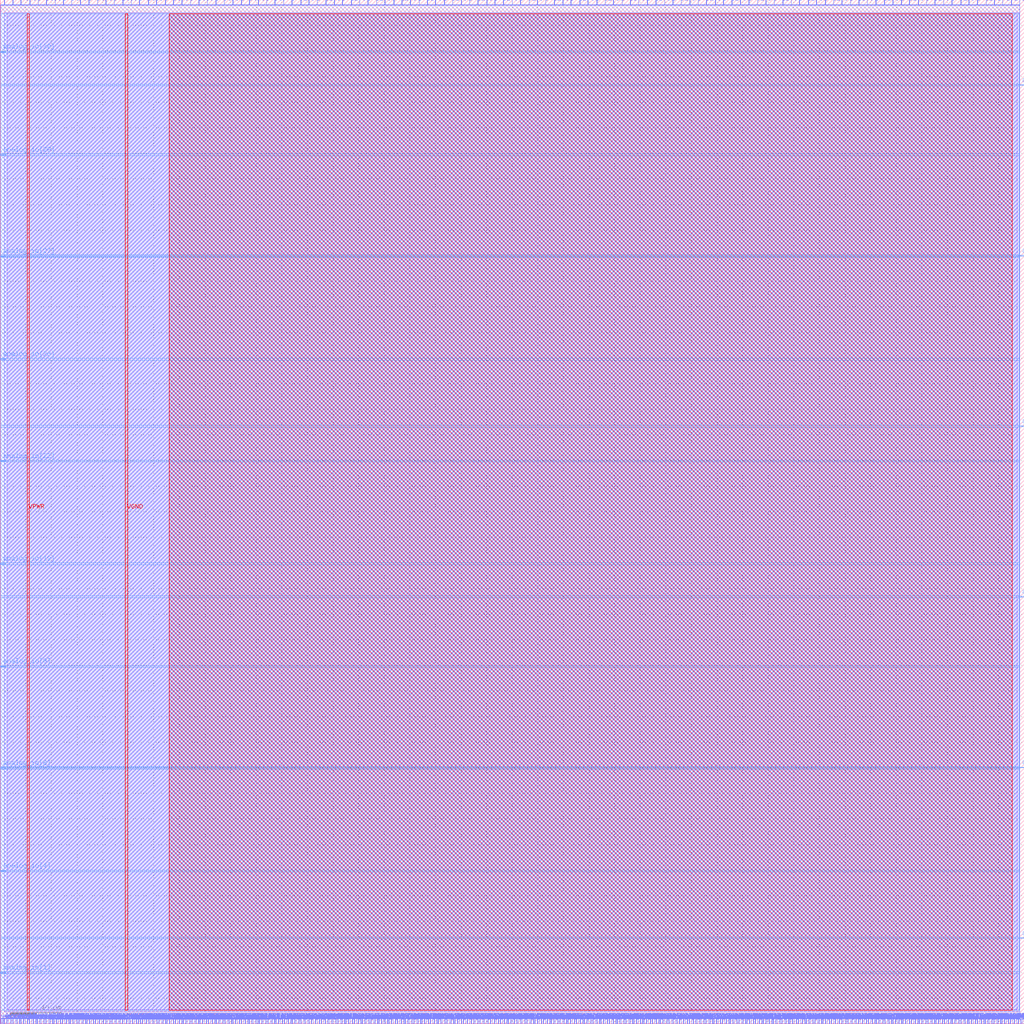
<source format=lef>
VERSION 5.7 ;
  NOWIREEXTENSIONATPIN ON ;
  DIVIDERCHAR "/" ;
  BUSBITCHARS "[]" ;
MACRO top_astria
  CLASS BLOCK ;
  FOREIGN top_astria ;
  ORIGIN 0.000 0.000 ;
  SIZE 800.000 BY 800.000 ;
  PIN analog_io[0]
    DIRECTION INOUT ;
    PORT
      LAYER met2 ;
        RECT 756.790 796.000 757.070 800.000 ;
    END
  END analog_io[0]
  PIN analog_io[10]
    DIRECTION INOUT ;
    PORT
      LAYER met2 ;
        RECT 790.830 0.000 791.110 4.000 ;
    END
  END analog_io[10]
  PIN analog_io[11]
    DIRECTION INOUT ;
    PORT
      LAYER met3 ;
        RECT 796.000 199.960 800.000 200.560 ;
    END
  END analog_io[11]
  PIN analog_io[12]
    DIRECTION INOUT ;
    PORT
      LAYER met2 ;
        RECT 776.570 796.000 776.850 800.000 ;
    END
  END analog_io[12]
  PIN analog_io[13]
    DIRECTION INOUT ;
    PORT
      LAYER met2 ;
        RECT 792.210 0.000 792.490 4.000 ;
    END
  END analog_io[13]
  PIN analog_io[14]
    DIRECTION INOUT ;
    PORT
      LAYER met3 ;
        RECT 796.000 333.240 800.000 333.840 ;
    END
  END analog_io[14]
  PIN analog_io[15]
    DIRECTION INOUT ;
    PORT
      LAYER met2 ;
        RECT 794.050 0.000 794.330 4.000 ;
    END
  END analog_io[15]
  PIN analog_io[16]
    DIRECTION INOUT ;
    PORT
      LAYER met2 ;
        RECT 783.010 796.000 783.290 800.000 ;
    END
  END analog_io[16]
  PIN analog_io[17]
    DIRECTION INOUT ;
    PORT
      LAYER met2 ;
        RECT 795.430 0.000 795.710 4.000 ;
    END
  END analog_io[17]
  PIN analog_io[18]
    DIRECTION INOUT ;
    PORT
      LAYER met2 ;
        RECT 797.270 0.000 797.550 4.000 ;
    END
  END analog_io[18]
  PIN analog_io[19]
    DIRECTION INOUT ;
    PORT
      LAYER met3 ;
        RECT 0.000 359.080 4.000 359.680 ;
    END
  END analog_io[19]
  PIN analog_io[1]
    DIRECTION INOUT ;
    PORT
      LAYER met3 ;
        RECT 0.000 39.480 4.000 40.080 ;
    END
  END analog_io[1]
  PIN analog_io[20]
    DIRECTION INOUT ;
    PORT
      LAYER met3 ;
        RECT 796.000 466.520 800.000 467.120 ;
    END
  END analog_io[20]
  PIN analog_io[21]
    DIRECTION INOUT ;
    PORT
      LAYER met2 ;
        RECT 798.650 0.000 798.930 4.000 ;
    END
  END analog_io[21]
  PIN analog_io[22]
    DIRECTION INOUT ;
    PORT
      LAYER met2 ;
        RECT 789.910 796.000 790.190 800.000 ;
    END
  END analog_io[22]
  PIN analog_io[23]
    DIRECTION INOUT ;
    PORT
      LAYER met3 ;
        RECT 0.000 439.320 4.000 439.920 ;
    END
  END analog_io[23]
  PIN analog_io[24]
    DIRECTION INOUT ;
    PORT
      LAYER met2 ;
        RECT 796.350 796.000 796.630 800.000 ;
    END
  END analog_io[24]
  PIN analog_io[25]
    DIRECTION INOUT ;
    PORT
      LAYER met3 ;
        RECT 796.000 599.800 800.000 600.400 ;
    END
  END analog_io[25]
  PIN analog_io[26]
    DIRECTION INOUT ;
    PORT
      LAYER met3 ;
        RECT 0.000 518.880 4.000 519.480 ;
    END
  END analog_io[26]
  PIN analog_io[27]
    DIRECTION INOUT ;
    PORT
      LAYER met3 ;
        RECT 0.000 599.120 4.000 599.720 ;
    END
  END analog_io[27]
  PIN analog_io[28]
    DIRECTION INOUT ;
    PORT
      LAYER met3 ;
        RECT 796.000 733.080 800.000 733.680 ;
    END
  END analog_io[28]
  PIN analog_io[29]
    DIRECTION INOUT ;
    PORT
      LAYER met3 ;
        RECT 0.000 678.680 4.000 679.280 ;
    END
  END analog_io[29]
  PIN analog_io[2]
    DIRECTION INOUT ;
    PORT
      LAYER met3 ;
        RECT 796.000 66.680 800.000 67.280 ;
    END
  END analog_io[2]
  PIN analog_io[30]
    DIRECTION INOUT ;
    PORT
      LAYER met3 ;
        RECT 0.000 758.920 4.000 759.520 ;
    END
  END analog_io[30]
  PIN analog_io[3]
    DIRECTION INOUT ;
    PORT
      LAYER met2 ;
        RECT 787.610 0.000 787.890 4.000 ;
    END
  END analog_io[3]
  PIN analog_io[4]
    DIRECTION INOUT ;
    PORT
      LAYER met3 ;
        RECT 0.000 119.040 4.000 119.640 ;
    END
  END analog_io[4]
  PIN analog_io[5]
    DIRECTION INOUT ;
    PORT
      LAYER met2 ;
        RECT 763.230 796.000 763.510 800.000 ;
    END
  END analog_io[5]
  PIN analog_io[6]
    DIRECTION INOUT ;
    PORT
      LAYER met3 ;
        RECT 0.000 199.280 4.000 199.880 ;
    END
  END analog_io[6]
  PIN analog_io[7]
    DIRECTION INOUT ;
    PORT
      LAYER met2 ;
        RECT 788.990 0.000 789.270 4.000 ;
    END
  END analog_io[7]
  PIN analog_io[8]
    DIRECTION INOUT ;
    PORT
      LAYER met3 ;
        RECT 0.000 278.840 4.000 279.440 ;
    END
  END analog_io[8]
  PIN analog_io[9]
    DIRECTION INOUT ;
    PORT
      LAYER met2 ;
        RECT 770.130 796.000 770.410 800.000 ;
    END
  END analog_io[9]
  PIN io_in[0]
    DIRECTION INPUT ;
    PORT
      LAYER met2 ;
        RECT 3.310 796.000 3.590 800.000 ;
    END
  END io_in[0]
  PIN io_in[10]
    DIRECTION INPUT ;
    PORT
      LAYER met2 ;
        RECT 201.570 796.000 201.850 800.000 ;
    END
  END io_in[10]
  PIN io_in[11]
    DIRECTION INPUT ;
    PORT
      LAYER met2 ;
        RECT 221.350 796.000 221.630 800.000 ;
    END
  END io_in[11]
  PIN io_in[12]
    DIRECTION INPUT ;
    PORT
      LAYER met2 ;
        RECT 241.130 796.000 241.410 800.000 ;
    END
  END io_in[12]
  PIN io_in[13]
    DIRECTION INPUT ;
    PORT
      LAYER met2 ;
        RECT 260.910 796.000 261.190 800.000 ;
    END
  END io_in[13]
  PIN io_in[14]
    DIRECTION INPUT ;
    PORT
      LAYER met2 ;
        RECT 280.690 796.000 280.970 800.000 ;
    END
  END io_in[14]
  PIN io_in[15]
    DIRECTION INPUT ;
    PORT
      LAYER met2 ;
        RECT 300.470 796.000 300.750 800.000 ;
    END
  END io_in[15]
  PIN io_in[16]
    DIRECTION INPUT ;
    PORT
      LAYER met2 ;
        RECT 320.250 796.000 320.530 800.000 ;
    END
  END io_in[16]
  PIN io_in[17]
    DIRECTION INPUT ;
    PORT
      LAYER met2 ;
        RECT 340.030 796.000 340.310 800.000 ;
    END
  END io_in[17]
  PIN io_in[18]
    DIRECTION INPUT ;
    PORT
      LAYER met2 ;
        RECT 360.270 796.000 360.550 800.000 ;
    END
  END io_in[18]
  PIN io_in[19]
    DIRECTION INPUT ;
    PORT
      LAYER met2 ;
        RECT 380.050 796.000 380.330 800.000 ;
    END
  END io_in[19]
  PIN io_in[1]
    DIRECTION INPUT ;
    PORT
      LAYER met2 ;
        RECT 23.090 796.000 23.370 800.000 ;
    END
  END io_in[1]
  PIN io_in[20]
    DIRECTION INPUT ;
    PORT
      LAYER met2 ;
        RECT 399.830 796.000 400.110 800.000 ;
    END
  END io_in[20]
  PIN io_in[21]
    DIRECTION INPUT ;
    PORT
      LAYER met2 ;
        RECT 419.610 796.000 419.890 800.000 ;
    END
  END io_in[21]
  PIN io_in[22]
    DIRECTION INPUT ;
    PORT
      LAYER met2 ;
        RECT 439.390 796.000 439.670 800.000 ;
    END
  END io_in[22]
  PIN io_in[23]
    DIRECTION INPUT ;
    PORT
      LAYER met2 ;
        RECT 459.170 796.000 459.450 800.000 ;
    END
  END io_in[23]
  PIN io_in[24]
    DIRECTION INPUT ;
    PORT
      LAYER met2 ;
        RECT 478.950 796.000 479.230 800.000 ;
    END
  END io_in[24]
  PIN io_in[25]
    DIRECTION INPUT ;
    PORT
      LAYER met2 ;
        RECT 498.730 796.000 499.010 800.000 ;
    END
  END io_in[25]
  PIN io_in[26]
    DIRECTION INPUT ;
    PORT
      LAYER met2 ;
        RECT 518.970 796.000 519.250 800.000 ;
    END
  END io_in[26]
  PIN io_in[27]
    DIRECTION INPUT ;
    PORT
      LAYER met2 ;
        RECT 538.750 796.000 539.030 800.000 ;
    END
  END io_in[27]
  PIN io_in[28]
    DIRECTION INPUT ;
    PORT
      LAYER met2 ;
        RECT 558.530 796.000 558.810 800.000 ;
    END
  END io_in[28]
  PIN io_in[29]
    DIRECTION INPUT ;
    PORT
      LAYER met2 ;
        RECT 578.310 796.000 578.590 800.000 ;
    END
  END io_in[29]
  PIN io_in[2]
    DIRECTION INPUT ;
    PORT
      LAYER met2 ;
        RECT 42.870 796.000 43.150 800.000 ;
    END
  END io_in[2]
  PIN io_in[30]
    DIRECTION INPUT ;
    PORT
      LAYER met2 ;
        RECT 598.090 796.000 598.370 800.000 ;
    END
  END io_in[30]
  PIN io_in[31]
    DIRECTION INPUT ;
    PORT
      LAYER met2 ;
        RECT 617.870 796.000 618.150 800.000 ;
    END
  END io_in[31]
  PIN io_in[32]
    DIRECTION INPUT ;
    PORT
      LAYER met2 ;
        RECT 637.650 796.000 637.930 800.000 ;
    END
  END io_in[32]
  PIN io_in[33]
    DIRECTION INPUT ;
    PORT
      LAYER met2 ;
        RECT 657.430 796.000 657.710 800.000 ;
    END
  END io_in[33]
  PIN io_in[34]
    DIRECTION INPUT ;
    PORT
      LAYER met2 ;
        RECT 677.210 796.000 677.490 800.000 ;
    END
  END io_in[34]
  PIN io_in[35]
    DIRECTION INPUT ;
    PORT
      LAYER met2 ;
        RECT 697.450 796.000 697.730 800.000 ;
    END
  END io_in[35]
  PIN io_in[36]
    DIRECTION INPUT ;
    PORT
      LAYER met2 ;
        RECT 717.230 796.000 717.510 800.000 ;
    END
  END io_in[36]
  PIN io_in[37]
    DIRECTION INPUT ;
    PORT
      LAYER met2 ;
        RECT 737.010 796.000 737.290 800.000 ;
    END
  END io_in[37]
  PIN io_in[3]
    DIRECTION INPUT ;
    PORT
      LAYER met2 ;
        RECT 62.650 796.000 62.930 800.000 ;
    END
  END io_in[3]
  PIN io_in[4]
    DIRECTION INPUT ;
    PORT
      LAYER met2 ;
        RECT 82.430 796.000 82.710 800.000 ;
    END
  END io_in[4]
  PIN io_in[5]
    DIRECTION INPUT ;
    PORT
      LAYER met2 ;
        RECT 102.210 796.000 102.490 800.000 ;
    END
  END io_in[5]
  PIN io_in[6]
    DIRECTION INPUT ;
    PORT
      LAYER met2 ;
        RECT 121.990 796.000 122.270 800.000 ;
    END
  END io_in[6]
  PIN io_in[7]
    DIRECTION INPUT ;
    PORT
      LAYER met2 ;
        RECT 141.770 796.000 142.050 800.000 ;
    END
  END io_in[7]
  PIN io_in[8]
    DIRECTION INPUT ;
    PORT
      LAYER met2 ;
        RECT 161.550 796.000 161.830 800.000 ;
    END
  END io_in[8]
  PIN io_in[9]
    DIRECTION INPUT ;
    PORT
      LAYER met2 ;
        RECT 181.790 796.000 182.070 800.000 ;
    END
  END io_in[9]
  PIN io_oeb[0]
    DIRECTION OUTPUT TRISTATE ;
    PORT
      LAYER met2 ;
        RECT 9.750 796.000 10.030 800.000 ;
    END
  END io_oeb[0]
  PIN io_oeb[10]
    DIRECTION OUTPUT TRISTATE ;
    PORT
      LAYER met2 ;
        RECT 208.010 796.000 208.290 800.000 ;
    END
  END io_oeb[10]
  PIN io_oeb[11]
    DIRECTION OUTPUT TRISTATE ;
    PORT
      LAYER met2 ;
        RECT 227.790 796.000 228.070 800.000 ;
    END
  END io_oeb[11]
  PIN io_oeb[12]
    DIRECTION OUTPUT TRISTATE ;
    PORT
      LAYER met2 ;
        RECT 247.570 796.000 247.850 800.000 ;
    END
  END io_oeb[12]
  PIN io_oeb[13]
    DIRECTION OUTPUT TRISTATE ;
    PORT
      LAYER met2 ;
        RECT 267.350 796.000 267.630 800.000 ;
    END
  END io_oeb[13]
  PIN io_oeb[14]
    DIRECTION OUTPUT TRISTATE ;
    PORT
      LAYER met2 ;
        RECT 287.130 796.000 287.410 800.000 ;
    END
  END io_oeb[14]
  PIN io_oeb[15]
    DIRECTION OUTPUT TRISTATE ;
    PORT
      LAYER met2 ;
        RECT 307.370 796.000 307.650 800.000 ;
    END
  END io_oeb[15]
  PIN io_oeb[16]
    DIRECTION OUTPUT TRISTATE ;
    PORT
      LAYER met2 ;
        RECT 327.150 796.000 327.430 800.000 ;
    END
  END io_oeb[16]
  PIN io_oeb[17]
    DIRECTION OUTPUT TRISTATE ;
    PORT
      LAYER met2 ;
        RECT 346.930 796.000 347.210 800.000 ;
    END
  END io_oeb[17]
  PIN io_oeb[18]
    DIRECTION OUTPUT TRISTATE ;
    PORT
      LAYER met2 ;
        RECT 366.710 796.000 366.990 800.000 ;
    END
  END io_oeb[18]
  PIN io_oeb[19]
    DIRECTION OUTPUT TRISTATE ;
    PORT
      LAYER met2 ;
        RECT 386.490 796.000 386.770 800.000 ;
    END
  END io_oeb[19]
  PIN io_oeb[1]
    DIRECTION OUTPUT TRISTATE ;
    PORT
      LAYER met2 ;
        RECT 29.530 796.000 29.810 800.000 ;
    END
  END io_oeb[1]
  PIN io_oeb[20]
    DIRECTION OUTPUT TRISTATE ;
    PORT
      LAYER met2 ;
        RECT 406.270 796.000 406.550 800.000 ;
    END
  END io_oeb[20]
  PIN io_oeb[21]
    DIRECTION OUTPUT TRISTATE ;
    PORT
      LAYER met2 ;
        RECT 426.050 796.000 426.330 800.000 ;
    END
  END io_oeb[21]
  PIN io_oeb[22]
    DIRECTION OUTPUT TRISTATE ;
    PORT
      LAYER met2 ;
        RECT 445.830 796.000 446.110 800.000 ;
    END
  END io_oeb[22]
  PIN io_oeb[23]
    DIRECTION OUTPUT TRISTATE ;
    PORT
      LAYER met2 ;
        RECT 466.070 796.000 466.350 800.000 ;
    END
  END io_oeb[23]
  PIN io_oeb[24]
    DIRECTION OUTPUT TRISTATE ;
    PORT
      LAYER met2 ;
        RECT 485.850 796.000 486.130 800.000 ;
    END
  END io_oeb[24]
  PIN io_oeb[25]
    DIRECTION OUTPUT TRISTATE ;
    PORT
      LAYER met2 ;
        RECT 505.630 796.000 505.910 800.000 ;
    END
  END io_oeb[25]
  PIN io_oeb[26]
    DIRECTION OUTPUT TRISTATE ;
    PORT
      LAYER met2 ;
        RECT 525.410 796.000 525.690 800.000 ;
    END
  END io_oeb[26]
  PIN io_oeb[27]
    DIRECTION OUTPUT TRISTATE ;
    PORT
      LAYER met2 ;
        RECT 545.190 796.000 545.470 800.000 ;
    END
  END io_oeb[27]
  PIN io_oeb[28]
    DIRECTION OUTPUT TRISTATE ;
    PORT
      LAYER met2 ;
        RECT 564.970 796.000 565.250 800.000 ;
    END
  END io_oeb[28]
  PIN io_oeb[29]
    DIRECTION OUTPUT TRISTATE ;
    PORT
      LAYER met2 ;
        RECT 584.750 796.000 585.030 800.000 ;
    END
  END io_oeb[29]
  PIN io_oeb[2]
    DIRECTION OUTPUT TRISTATE ;
    PORT
      LAYER met2 ;
        RECT 49.310 796.000 49.590 800.000 ;
    END
  END io_oeb[2]
  PIN io_oeb[30]
    DIRECTION OUTPUT TRISTATE ;
    PORT
      LAYER met2 ;
        RECT 604.530 796.000 604.810 800.000 ;
    END
  END io_oeb[30]
  PIN io_oeb[31]
    DIRECTION OUTPUT TRISTATE ;
    PORT
      LAYER met2 ;
        RECT 624.310 796.000 624.590 800.000 ;
    END
  END io_oeb[31]
  PIN io_oeb[32]
    DIRECTION OUTPUT TRISTATE ;
    PORT
      LAYER met2 ;
        RECT 644.550 796.000 644.830 800.000 ;
    END
  END io_oeb[32]
  PIN io_oeb[33]
    DIRECTION OUTPUT TRISTATE ;
    PORT
      LAYER met2 ;
        RECT 664.330 796.000 664.610 800.000 ;
    END
  END io_oeb[33]
  PIN io_oeb[34]
    DIRECTION OUTPUT TRISTATE ;
    PORT
      LAYER met2 ;
        RECT 684.110 796.000 684.390 800.000 ;
    END
  END io_oeb[34]
  PIN io_oeb[35]
    DIRECTION OUTPUT TRISTATE ;
    PORT
      LAYER met2 ;
        RECT 703.890 796.000 704.170 800.000 ;
    END
  END io_oeb[35]
  PIN io_oeb[36]
    DIRECTION OUTPUT TRISTATE ;
    PORT
      LAYER met2 ;
        RECT 723.670 796.000 723.950 800.000 ;
    END
  END io_oeb[36]
  PIN io_oeb[37]
    DIRECTION OUTPUT TRISTATE ;
    PORT
      LAYER met2 ;
        RECT 743.450 796.000 743.730 800.000 ;
    END
  END io_oeb[37]
  PIN io_oeb[3]
    DIRECTION OUTPUT TRISTATE ;
    PORT
      LAYER met2 ;
        RECT 69.090 796.000 69.370 800.000 ;
    END
  END io_oeb[3]
  PIN io_oeb[4]
    DIRECTION OUTPUT TRISTATE ;
    PORT
      LAYER met2 ;
        RECT 88.870 796.000 89.150 800.000 ;
    END
  END io_oeb[4]
  PIN io_oeb[5]
    DIRECTION OUTPUT TRISTATE ;
    PORT
      LAYER met2 ;
        RECT 108.650 796.000 108.930 800.000 ;
    END
  END io_oeb[5]
  PIN io_oeb[6]
    DIRECTION OUTPUT TRISTATE ;
    PORT
      LAYER met2 ;
        RECT 128.890 796.000 129.170 800.000 ;
    END
  END io_oeb[6]
  PIN io_oeb[7]
    DIRECTION OUTPUT TRISTATE ;
    PORT
      LAYER met2 ;
        RECT 148.670 796.000 148.950 800.000 ;
    END
  END io_oeb[7]
  PIN io_oeb[8]
    DIRECTION OUTPUT TRISTATE ;
    PORT
      LAYER met2 ;
        RECT 168.450 796.000 168.730 800.000 ;
    END
  END io_oeb[8]
  PIN io_oeb[9]
    DIRECTION OUTPUT TRISTATE ;
    PORT
      LAYER met2 ;
        RECT 188.230 796.000 188.510 800.000 ;
    END
  END io_oeb[9]
  PIN io_out[0]
    DIRECTION OUTPUT TRISTATE ;
    PORT
      LAYER met2 ;
        RECT 16.190 796.000 16.470 800.000 ;
    END
  END io_out[0]
  PIN io_out[10]
    DIRECTION OUTPUT TRISTATE ;
    PORT
      LAYER met2 ;
        RECT 214.450 796.000 214.730 800.000 ;
    END
  END io_out[10]
  PIN io_out[11]
    DIRECTION OUTPUT TRISTATE ;
    PORT
      LAYER met2 ;
        RECT 234.690 796.000 234.970 800.000 ;
    END
  END io_out[11]
  PIN io_out[12]
    DIRECTION OUTPUT TRISTATE ;
    PORT
      LAYER met2 ;
        RECT 254.470 796.000 254.750 800.000 ;
    END
  END io_out[12]
  PIN io_out[13]
    DIRECTION OUTPUT TRISTATE ;
    PORT
      LAYER met2 ;
        RECT 274.250 796.000 274.530 800.000 ;
    END
  END io_out[13]
  PIN io_out[14]
    DIRECTION OUTPUT TRISTATE ;
    PORT
      LAYER met2 ;
        RECT 294.030 796.000 294.310 800.000 ;
    END
  END io_out[14]
  PIN io_out[15]
    DIRECTION OUTPUT TRISTATE ;
    PORT
      LAYER met2 ;
        RECT 313.810 796.000 314.090 800.000 ;
    END
  END io_out[15]
  PIN io_out[16]
    DIRECTION OUTPUT TRISTATE ;
    PORT
      LAYER met2 ;
        RECT 333.590 796.000 333.870 800.000 ;
    END
  END io_out[16]
  PIN io_out[17]
    DIRECTION OUTPUT TRISTATE ;
    PORT
      LAYER met2 ;
        RECT 353.370 796.000 353.650 800.000 ;
    END
  END io_out[17]
  PIN io_out[18]
    DIRECTION OUTPUT TRISTATE ;
    PORT
      LAYER met2 ;
        RECT 373.150 796.000 373.430 800.000 ;
    END
  END io_out[18]
  PIN io_out[19]
    DIRECTION OUTPUT TRISTATE ;
    PORT
      LAYER met2 ;
        RECT 392.930 796.000 393.210 800.000 ;
    END
  END io_out[19]
  PIN io_out[1]
    DIRECTION OUTPUT TRISTATE ;
    PORT
      LAYER met2 ;
        RECT 35.970 796.000 36.250 800.000 ;
    END
  END io_out[1]
  PIN io_out[20]
    DIRECTION OUTPUT TRISTATE ;
    PORT
      LAYER met2 ;
        RECT 413.170 796.000 413.450 800.000 ;
    END
  END io_out[20]
  PIN io_out[21]
    DIRECTION OUTPUT TRISTATE ;
    PORT
      LAYER met2 ;
        RECT 432.950 796.000 433.230 800.000 ;
    END
  END io_out[21]
  PIN io_out[22]
    DIRECTION OUTPUT TRISTATE ;
    PORT
      LAYER met2 ;
        RECT 452.730 796.000 453.010 800.000 ;
    END
  END io_out[22]
  PIN io_out[23]
    DIRECTION OUTPUT TRISTATE ;
    PORT
      LAYER met2 ;
        RECT 472.510 796.000 472.790 800.000 ;
    END
  END io_out[23]
  PIN io_out[24]
    DIRECTION OUTPUT TRISTATE ;
    PORT
      LAYER met2 ;
        RECT 492.290 796.000 492.570 800.000 ;
    END
  END io_out[24]
  PIN io_out[25]
    DIRECTION OUTPUT TRISTATE ;
    PORT
      LAYER met2 ;
        RECT 512.070 796.000 512.350 800.000 ;
    END
  END io_out[25]
  PIN io_out[26]
    DIRECTION OUTPUT TRISTATE ;
    PORT
      LAYER met2 ;
        RECT 531.850 796.000 532.130 800.000 ;
    END
  END io_out[26]
  PIN io_out[27]
    DIRECTION OUTPUT TRISTATE ;
    PORT
      LAYER met2 ;
        RECT 551.630 796.000 551.910 800.000 ;
    END
  END io_out[27]
  PIN io_out[28]
    DIRECTION OUTPUT TRISTATE ;
    PORT
      LAYER met2 ;
        RECT 571.410 796.000 571.690 800.000 ;
    END
  END io_out[28]
  PIN io_out[29]
    DIRECTION OUTPUT TRISTATE ;
    PORT
      LAYER met2 ;
        RECT 591.650 796.000 591.930 800.000 ;
    END
  END io_out[29]
  PIN io_out[2]
    DIRECTION OUTPUT TRISTATE ;
    PORT
      LAYER met2 ;
        RECT 55.750 796.000 56.030 800.000 ;
    END
  END io_out[2]
  PIN io_out[30]
    DIRECTION OUTPUT TRISTATE ;
    PORT
      LAYER met2 ;
        RECT 611.430 796.000 611.710 800.000 ;
    END
  END io_out[30]
  PIN io_out[31]
    DIRECTION OUTPUT TRISTATE ;
    PORT
      LAYER met2 ;
        RECT 631.210 796.000 631.490 800.000 ;
    END
  END io_out[31]
  PIN io_out[32]
    DIRECTION OUTPUT TRISTATE ;
    PORT
      LAYER met2 ;
        RECT 650.990 796.000 651.270 800.000 ;
    END
  END io_out[32]
  PIN io_out[33]
    DIRECTION OUTPUT TRISTATE ;
    PORT
      LAYER met2 ;
        RECT 670.770 796.000 671.050 800.000 ;
    END
  END io_out[33]
  PIN io_out[34]
    DIRECTION OUTPUT TRISTATE ;
    PORT
      LAYER met2 ;
        RECT 690.550 796.000 690.830 800.000 ;
    END
  END io_out[34]
  PIN io_out[35]
    DIRECTION OUTPUT TRISTATE ;
    PORT
      LAYER met2 ;
        RECT 710.330 796.000 710.610 800.000 ;
    END
  END io_out[35]
  PIN io_out[36]
    DIRECTION OUTPUT TRISTATE ;
    PORT
      LAYER met2 ;
        RECT 730.110 796.000 730.390 800.000 ;
    END
  END io_out[36]
  PIN io_out[37]
    DIRECTION OUTPUT TRISTATE ;
    PORT
      LAYER met2 ;
        RECT 750.350 796.000 750.630 800.000 ;
    END
  END io_out[37]
  PIN io_out[3]
    DIRECTION OUTPUT TRISTATE ;
    PORT
      LAYER met2 ;
        RECT 75.990 796.000 76.270 800.000 ;
    END
  END io_out[3]
  PIN io_out[4]
    DIRECTION OUTPUT TRISTATE ;
    PORT
      LAYER met2 ;
        RECT 95.770 796.000 96.050 800.000 ;
    END
  END io_out[4]
  PIN io_out[5]
    DIRECTION OUTPUT TRISTATE ;
    PORT
      LAYER met2 ;
        RECT 115.550 796.000 115.830 800.000 ;
    END
  END io_out[5]
  PIN io_out[6]
    DIRECTION OUTPUT TRISTATE ;
    PORT
      LAYER met2 ;
        RECT 135.330 796.000 135.610 800.000 ;
    END
  END io_out[6]
  PIN io_out[7]
    DIRECTION OUTPUT TRISTATE ;
    PORT
      LAYER met2 ;
        RECT 155.110 796.000 155.390 800.000 ;
    END
  END io_out[7]
  PIN io_out[8]
    DIRECTION OUTPUT TRISTATE ;
    PORT
      LAYER met2 ;
        RECT 174.890 796.000 175.170 800.000 ;
    END
  END io_out[8]
  PIN io_out[9]
    DIRECTION OUTPUT TRISTATE ;
    PORT
      LAYER met2 ;
        RECT 194.670 796.000 194.950 800.000 ;
    END
  END io_out[9]
  PIN la_data_in[0]
    DIRECTION INPUT ;
    PORT
      LAYER met2 ;
        RECT 170.750 0.000 171.030 4.000 ;
    END
  END la_data_in[0]
  PIN la_data_in[100]
    DIRECTION INPUT ;
    PORT
      LAYER met2 ;
        RECT 652.370 0.000 652.650 4.000 ;
    END
  END la_data_in[100]
  PIN la_data_in[101]
    DIRECTION INPUT ;
    PORT
      LAYER met2 ;
        RECT 657.430 0.000 657.710 4.000 ;
    END
  END la_data_in[101]
  PIN la_data_in[102]
    DIRECTION INPUT ;
    PORT
      LAYER met2 ;
        RECT 662.030 0.000 662.310 4.000 ;
    END
  END la_data_in[102]
  PIN la_data_in[103]
    DIRECTION INPUT ;
    PORT
      LAYER met2 ;
        RECT 667.090 0.000 667.370 4.000 ;
    END
  END la_data_in[103]
  PIN la_data_in[104]
    DIRECTION INPUT ;
    PORT
      LAYER met2 ;
        RECT 671.690 0.000 671.970 4.000 ;
    END
  END la_data_in[104]
  PIN la_data_in[105]
    DIRECTION INPUT ;
    PORT
      LAYER met2 ;
        RECT 676.750 0.000 677.030 4.000 ;
    END
  END la_data_in[105]
  PIN la_data_in[106]
    DIRECTION INPUT ;
    PORT
      LAYER met2 ;
        RECT 681.350 0.000 681.630 4.000 ;
    END
  END la_data_in[106]
  PIN la_data_in[107]
    DIRECTION INPUT ;
    PORT
      LAYER met2 ;
        RECT 686.410 0.000 686.690 4.000 ;
    END
  END la_data_in[107]
  PIN la_data_in[108]
    DIRECTION INPUT ;
    PORT
      LAYER met2 ;
        RECT 691.010 0.000 691.290 4.000 ;
    END
  END la_data_in[108]
  PIN la_data_in[109]
    DIRECTION INPUT ;
    PORT
      LAYER met2 ;
        RECT 696.070 0.000 696.350 4.000 ;
    END
  END la_data_in[109]
  PIN la_data_in[10]
    DIRECTION INPUT ;
    PORT
      LAYER met2 ;
        RECT 218.590 0.000 218.870 4.000 ;
    END
  END la_data_in[10]
  PIN la_data_in[110]
    DIRECTION INPUT ;
    PORT
      LAYER met2 ;
        RECT 700.670 0.000 700.950 4.000 ;
    END
  END la_data_in[110]
  PIN la_data_in[111]
    DIRECTION INPUT ;
    PORT
      LAYER met2 ;
        RECT 705.270 0.000 705.550 4.000 ;
    END
  END la_data_in[111]
  PIN la_data_in[112]
    DIRECTION INPUT ;
    PORT
      LAYER met2 ;
        RECT 710.330 0.000 710.610 4.000 ;
    END
  END la_data_in[112]
  PIN la_data_in[113]
    DIRECTION INPUT ;
    PORT
      LAYER met2 ;
        RECT 714.930 0.000 715.210 4.000 ;
    END
  END la_data_in[113]
  PIN la_data_in[114]
    DIRECTION INPUT ;
    PORT
      LAYER met2 ;
        RECT 719.990 0.000 720.270 4.000 ;
    END
  END la_data_in[114]
  PIN la_data_in[115]
    DIRECTION INPUT ;
    PORT
      LAYER met2 ;
        RECT 724.590 0.000 724.870 4.000 ;
    END
  END la_data_in[115]
  PIN la_data_in[116]
    DIRECTION INPUT ;
    PORT
      LAYER met2 ;
        RECT 729.650 0.000 729.930 4.000 ;
    END
  END la_data_in[116]
  PIN la_data_in[117]
    DIRECTION INPUT ;
    PORT
      LAYER met2 ;
        RECT 734.250 0.000 734.530 4.000 ;
    END
  END la_data_in[117]
  PIN la_data_in[118]
    DIRECTION INPUT ;
    PORT
      LAYER met2 ;
        RECT 739.310 0.000 739.590 4.000 ;
    END
  END la_data_in[118]
  PIN la_data_in[119]
    DIRECTION INPUT ;
    PORT
      LAYER met2 ;
        RECT 743.910 0.000 744.190 4.000 ;
    END
  END la_data_in[119]
  PIN la_data_in[11]
    DIRECTION INPUT ;
    PORT
      LAYER met2 ;
        RECT 223.650 0.000 223.930 4.000 ;
    END
  END la_data_in[11]
  PIN la_data_in[120]
    DIRECTION INPUT ;
    PORT
      LAYER met2 ;
        RECT 748.970 0.000 749.250 4.000 ;
    END
  END la_data_in[120]
  PIN la_data_in[121]
    DIRECTION INPUT ;
    PORT
      LAYER met2 ;
        RECT 753.570 0.000 753.850 4.000 ;
    END
  END la_data_in[121]
  PIN la_data_in[122]
    DIRECTION INPUT ;
    PORT
      LAYER met2 ;
        RECT 758.630 0.000 758.910 4.000 ;
    END
  END la_data_in[122]
  PIN la_data_in[123]
    DIRECTION INPUT ;
    PORT
      LAYER met2 ;
        RECT 763.230 0.000 763.510 4.000 ;
    END
  END la_data_in[123]
  PIN la_data_in[124]
    DIRECTION INPUT ;
    PORT
      LAYER met2 ;
        RECT 768.290 0.000 768.570 4.000 ;
    END
  END la_data_in[124]
  PIN la_data_in[125]
    DIRECTION INPUT ;
    PORT
      LAYER met2 ;
        RECT 772.890 0.000 773.170 4.000 ;
    END
  END la_data_in[125]
  PIN la_data_in[126]
    DIRECTION INPUT ;
    PORT
      LAYER met2 ;
        RECT 777.950 0.000 778.230 4.000 ;
    END
  END la_data_in[126]
  PIN la_data_in[127]
    DIRECTION INPUT ;
    PORT
      LAYER met2 ;
        RECT 782.550 0.000 782.830 4.000 ;
    END
  END la_data_in[127]
  PIN la_data_in[12]
    DIRECTION INPUT ;
    PORT
      LAYER met2 ;
        RECT 228.250 0.000 228.530 4.000 ;
    END
  END la_data_in[12]
  PIN la_data_in[13]
    DIRECTION INPUT ;
    PORT
      LAYER met2 ;
        RECT 233.310 0.000 233.590 4.000 ;
    END
  END la_data_in[13]
  PIN la_data_in[14]
    DIRECTION INPUT ;
    PORT
      LAYER met2 ;
        RECT 237.910 0.000 238.190 4.000 ;
    END
  END la_data_in[14]
  PIN la_data_in[15]
    DIRECTION INPUT ;
    PORT
      LAYER met2 ;
        RECT 242.970 0.000 243.250 4.000 ;
    END
  END la_data_in[15]
  PIN la_data_in[16]
    DIRECTION INPUT ;
    PORT
      LAYER met2 ;
        RECT 247.570 0.000 247.850 4.000 ;
    END
  END la_data_in[16]
  PIN la_data_in[17]
    DIRECTION INPUT ;
    PORT
      LAYER met2 ;
        RECT 252.630 0.000 252.910 4.000 ;
    END
  END la_data_in[17]
  PIN la_data_in[18]
    DIRECTION INPUT ;
    PORT
      LAYER met2 ;
        RECT 257.230 0.000 257.510 4.000 ;
    END
  END la_data_in[18]
  PIN la_data_in[19]
    DIRECTION INPUT ;
    PORT
      LAYER met2 ;
        RECT 262.290 0.000 262.570 4.000 ;
    END
  END la_data_in[19]
  PIN la_data_in[1]
    DIRECTION INPUT ;
    PORT
      LAYER met2 ;
        RECT 175.350 0.000 175.630 4.000 ;
    END
  END la_data_in[1]
  PIN la_data_in[20]
    DIRECTION INPUT ;
    PORT
      LAYER met2 ;
        RECT 266.890 0.000 267.170 4.000 ;
    END
  END la_data_in[20]
  PIN la_data_in[21]
    DIRECTION INPUT ;
    PORT
      LAYER met2 ;
        RECT 271.950 0.000 272.230 4.000 ;
    END
  END la_data_in[21]
  PIN la_data_in[22]
    DIRECTION INPUT ;
    PORT
      LAYER met2 ;
        RECT 276.550 0.000 276.830 4.000 ;
    END
  END la_data_in[22]
  PIN la_data_in[23]
    DIRECTION INPUT ;
    PORT
      LAYER met2 ;
        RECT 281.610 0.000 281.890 4.000 ;
    END
  END la_data_in[23]
  PIN la_data_in[24]
    DIRECTION INPUT ;
    PORT
      LAYER met2 ;
        RECT 286.210 0.000 286.490 4.000 ;
    END
  END la_data_in[24]
  PIN la_data_in[25]
    DIRECTION INPUT ;
    PORT
      LAYER met2 ;
        RECT 291.270 0.000 291.550 4.000 ;
    END
  END la_data_in[25]
  PIN la_data_in[26]
    DIRECTION INPUT ;
    PORT
      LAYER met2 ;
        RECT 295.870 0.000 296.150 4.000 ;
    END
  END la_data_in[26]
  PIN la_data_in[27]
    DIRECTION INPUT ;
    PORT
      LAYER met2 ;
        RECT 300.470 0.000 300.750 4.000 ;
    END
  END la_data_in[27]
  PIN la_data_in[28]
    DIRECTION INPUT ;
    PORT
      LAYER met2 ;
        RECT 305.530 0.000 305.810 4.000 ;
    END
  END la_data_in[28]
  PIN la_data_in[29]
    DIRECTION INPUT ;
    PORT
      LAYER met2 ;
        RECT 310.130 0.000 310.410 4.000 ;
    END
  END la_data_in[29]
  PIN la_data_in[2]
    DIRECTION INPUT ;
    PORT
      LAYER met2 ;
        RECT 180.410 0.000 180.690 4.000 ;
    END
  END la_data_in[2]
  PIN la_data_in[30]
    DIRECTION INPUT ;
    PORT
      LAYER met2 ;
        RECT 315.190 0.000 315.470 4.000 ;
    END
  END la_data_in[30]
  PIN la_data_in[31]
    DIRECTION INPUT ;
    PORT
      LAYER met2 ;
        RECT 319.790 0.000 320.070 4.000 ;
    END
  END la_data_in[31]
  PIN la_data_in[32]
    DIRECTION INPUT ;
    PORT
      LAYER met2 ;
        RECT 324.850 0.000 325.130 4.000 ;
    END
  END la_data_in[32]
  PIN la_data_in[33]
    DIRECTION INPUT ;
    PORT
      LAYER met2 ;
        RECT 329.450 0.000 329.730 4.000 ;
    END
  END la_data_in[33]
  PIN la_data_in[34]
    DIRECTION INPUT ;
    PORT
      LAYER met2 ;
        RECT 334.510 0.000 334.790 4.000 ;
    END
  END la_data_in[34]
  PIN la_data_in[35]
    DIRECTION INPUT ;
    PORT
      LAYER met2 ;
        RECT 339.110 0.000 339.390 4.000 ;
    END
  END la_data_in[35]
  PIN la_data_in[36]
    DIRECTION INPUT ;
    PORT
      LAYER met2 ;
        RECT 344.170 0.000 344.450 4.000 ;
    END
  END la_data_in[36]
  PIN la_data_in[37]
    DIRECTION INPUT ;
    PORT
      LAYER met2 ;
        RECT 348.770 0.000 349.050 4.000 ;
    END
  END la_data_in[37]
  PIN la_data_in[38]
    DIRECTION INPUT ;
    PORT
      LAYER met2 ;
        RECT 353.830 0.000 354.110 4.000 ;
    END
  END la_data_in[38]
  PIN la_data_in[39]
    DIRECTION INPUT ;
    PORT
      LAYER met2 ;
        RECT 358.430 0.000 358.710 4.000 ;
    END
  END la_data_in[39]
  PIN la_data_in[3]
    DIRECTION INPUT ;
    PORT
      LAYER met2 ;
        RECT 185.010 0.000 185.290 4.000 ;
    END
  END la_data_in[3]
  PIN la_data_in[40]
    DIRECTION INPUT ;
    PORT
      LAYER met2 ;
        RECT 363.490 0.000 363.770 4.000 ;
    END
  END la_data_in[40]
  PIN la_data_in[41]
    DIRECTION INPUT ;
    PORT
      LAYER met2 ;
        RECT 368.090 0.000 368.370 4.000 ;
    END
  END la_data_in[41]
  PIN la_data_in[42]
    DIRECTION INPUT ;
    PORT
      LAYER met2 ;
        RECT 373.150 0.000 373.430 4.000 ;
    END
  END la_data_in[42]
  PIN la_data_in[43]
    DIRECTION INPUT ;
    PORT
      LAYER met2 ;
        RECT 377.750 0.000 378.030 4.000 ;
    END
  END la_data_in[43]
  PIN la_data_in[44]
    DIRECTION INPUT ;
    PORT
      LAYER met2 ;
        RECT 382.810 0.000 383.090 4.000 ;
    END
  END la_data_in[44]
  PIN la_data_in[45]
    DIRECTION INPUT ;
    PORT
      LAYER met2 ;
        RECT 387.410 0.000 387.690 4.000 ;
    END
  END la_data_in[45]
  PIN la_data_in[46]
    DIRECTION INPUT ;
    PORT
      LAYER met2 ;
        RECT 392.470 0.000 392.750 4.000 ;
    END
  END la_data_in[46]
  PIN la_data_in[47]
    DIRECTION INPUT ;
    PORT
      LAYER met2 ;
        RECT 397.070 0.000 397.350 4.000 ;
    END
  END la_data_in[47]
  PIN la_data_in[48]
    DIRECTION INPUT ;
    PORT
      LAYER met2 ;
        RECT 401.670 0.000 401.950 4.000 ;
    END
  END la_data_in[48]
  PIN la_data_in[49]
    DIRECTION INPUT ;
    PORT
      LAYER met2 ;
        RECT 406.730 0.000 407.010 4.000 ;
    END
  END la_data_in[49]
  PIN la_data_in[4]
    DIRECTION INPUT ;
    PORT
      LAYER met2 ;
        RECT 190.070 0.000 190.350 4.000 ;
    END
  END la_data_in[4]
  PIN la_data_in[50]
    DIRECTION INPUT ;
    PORT
      LAYER met2 ;
        RECT 411.330 0.000 411.610 4.000 ;
    END
  END la_data_in[50]
  PIN la_data_in[51]
    DIRECTION INPUT ;
    PORT
      LAYER met2 ;
        RECT 416.390 0.000 416.670 4.000 ;
    END
  END la_data_in[51]
  PIN la_data_in[52]
    DIRECTION INPUT ;
    PORT
      LAYER met2 ;
        RECT 420.990 0.000 421.270 4.000 ;
    END
  END la_data_in[52]
  PIN la_data_in[53]
    DIRECTION INPUT ;
    PORT
      LAYER met2 ;
        RECT 426.050 0.000 426.330 4.000 ;
    END
  END la_data_in[53]
  PIN la_data_in[54]
    DIRECTION INPUT ;
    PORT
      LAYER met2 ;
        RECT 430.650 0.000 430.930 4.000 ;
    END
  END la_data_in[54]
  PIN la_data_in[55]
    DIRECTION INPUT ;
    PORT
      LAYER met2 ;
        RECT 435.710 0.000 435.990 4.000 ;
    END
  END la_data_in[55]
  PIN la_data_in[56]
    DIRECTION INPUT ;
    PORT
      LAYER met2 ;
        RECT 440.310 0.000 440.590 4.000 ;
    END
  END la_data_in[56]
  PIN la_data_in[57]
    DIRECTION INPUT ;
    PORT
      LAYER met2 ;
        RECT 445.370 0.000 445.650 4.000 ;
    END
  END la_data_in[57]
  PIN la_data_in[58]
    DIRECTION INPUT ;
    PORT
      LAYER met2 ;
        RECT 449.970 0.000 450.250 4.000 ;
    END
  END la_data_in[58]
  PIN la_data_in[59]
    DIRECTION INPUT ;
    PORT
      LAYER met2 ;
        RECT 455.030 0.000 455.310 4.000 ;
    END
  END la_data_in[59]
  PIN la_data_in[5]
    DIRECTION INPUT ;
    PORT
      LAYER met2 ;
        RECT 194.670 0.000 194.950 4.000 ;
    END
  END la_data_in[5]
  PIN la_data_in[60]
    DIRECTION INPUT ;
    PORT
      LAYER met2 ;
        RECT 459.630 0.000 459.910 4.000 ;
    END
  END la_data_in[60]
  PIN la_data_in[61]
    DIRECTION INPUT ;
    PORT
      LAYER met2 ;
        RECT 464.690 0.000 464.970 4.000 ;
    END
  END la_data_in[61]
  PIN la_data_in[62]
    DIRECTION INPUT ;
    PORT
      LAYER met2 ;
        RECT 469.290 0.000 469.570 4.000 ;
    END
  END la_data_in[62]
  PIN la_data_in[63]
    DIRECTION INPUT ;
    PORT
      LAYER met2 ;
        RECT 474.350 0.000 474.630 4.000 ;
    END
  END la_data_in[63]
  PIN la_data_in[64]
    DIRECTION INPUT ;
    PORT
      LAYER met2 ;
        RECT 478.950 0.000 479.230 4.000 ;
    END
  END la_data_in[64]
  PIN la_data_in[65]
    DIRECTION INPUT ;
    PORT
      LAYER met2 ;
        RECT 484.010 0.000 484.290 4.000 ;
    END
  END la_data_in[65]
  PIN la_data_in[66]
    DIRECTION INPUT ;
    PORT
      LAYER met2 ;
        RECT 488.610 0.000 488.890 4.000 ;
    END
  END la_data_in[66]
  PIN la_data_in[67]
    DIRECTION INPUT ;
    PORT
      LAYER met2 ;
        RECT 493.670 0.000 493.950 4.000 ;
    END
  END la_data_in[67]
  PIN la_data_in[68]
    DIRECTION INPUT ;
    PORT
      LAYER met2 ;
        RECT 498.270 0.000 498.550 4.000 ;
    END
  END la_data_in[68]
  PIN la_data_in[69]
    DIRECTION INPUT ;
    PORT
      LAYER met2 ;
        RECT 502.870 0.000 503.150 4.000 ;
    END
  END la_data_in[69]
  PIN la_data_in[6]
    DIRECTION INPUT ;
    PORT
      LAYER met2 ;
        RECT 199.730 0.000 200.010 4.000 ;
    END
  END la_data_in[6]
  PIN la_data_in[70]
    DIRECTION INPUT ;
    PORT
      LAYER met2 ;
        RECT 507.930 0.000 508.210 4.000 ;
    END
  END la_data_in[70]
  PIN la_data_in[71]
    DIRECTION INPUT ;
    PORT
      LAYER met2 ;
        RECT 512.530 0.000 512.810 4.000 ;
    END
  END la_data_in[71]
  PIN la_data_in[72]
    DIRECTION INPUT ;
    PORT
      LAYER met2 ;
        RECT 517.590 0.000 517.870 4.000 ;
    END
  END la_data_in[72]
  PIN la_data_in[73]
    DIRECTION INPUT ;
    PORT
      LAYER met2 ;
        RECT 522.190 0.000 522.470 4.000 ;
    END
  END la_data_in[73]
  PIN la_data_in[74]
    DIRECTION INPUT ;
    PORT
      LAYER met2 ;
        RECT 527.250 0.000 527.530 4.000 ;
    END
  END la_data_in[74]
  PIN la_data_in[75]
    DIRECTION INPUT ;
    PORT
      LAYER met2 ;
        RECT 531.850 0.000 532.130 4.000 ;
    END
  END la_data_in[75]
  PIN la_data_in[76]
    DIRECTION INPUT ;
    PORT
      LAYER met2 ;
        RECT 536.910 0.000 537.190 4.000 ;
    END
  END la_data_in[76]
  PIN la_data_in[77]
    DIRECTION INPUT ;
    PORT
      LAYER met2 ;
        RECT 541.510 0.000 541.790 4.000 ;
    END
  END la_data_in[77]
  PIN la_data_in[78]
    DIRECTION INPUT ;
    PORT
      LAYER met2 ;
        RECT 546.570 0.000 546.850 4.000 ;
    END
  END la_data_in[78]
  PIN la_data_in[79]
    DIRECTION INPUT ;
    PORT
      LAYER met2 ;
        RECT 551.170 0.000 551.450 4.000 ;
    END
  END la_data_in[79]
  PIN la_data_in[7]
    DIRECTION INPUT ;
    PORT
      LAYER met2 ;
        RECT 204.330 0.000 204.610 4.000 ;
    END
  END la_data_in[7]
  PIN la_data_in[80]
    DIRECTION INPUT ;
    PORT
      LAYER met2 ;
        RECT 556.230 0.000 556.510 4.000 ;
    END
  END la_data_in[80]
  PIN la_data_in[81]
    DIRECTION INPUT ;
    PORT
      LAYER met2 ;
        RECT 560.830 0.000 561.110 4.000 ;
    END
  END la_data_in[81]
  PIN la_data_in[82]
    DIRECTION INPUT ;
    PORT
      LAYER met2 ;
        RECT 565.890 0.000 566.170 4.000 ;
    END
  END la_data_in[82]
  PIN la_data_in[83]
    DIRECTION INPUT ;
    PORT
      LAYER met2 ;
        RECT 570.490 0.000 570.770 4.000 ;
    END
  END la_data_in[83]
  PIN la_data_in[84]
    DIRECTION INPUT ;
    PORT
      LAYER met2 ;
        RECT 575.550 0.000 575.830 4.000 ;
    END
  END la_data_in[84]
  PIN la_data_in[85]
    DIRECTION INPUT ;
    PORT
      LAYER met2 ;
        RECT 580.150 0.000 580.430 4.000 ;
    END
  END la_data_in[85]
  PIN la_data_in[86]
    DIRECTION INPUT ;
    PORT
      LAYER met2 ;
        RECT 585.210 0.000 585.490 4.000 ;
    END
  END la_data_in[86]
  PIN la_data_in[87]
    DIRECTION INPUT ;
    PORT
      LAYER met2 ;
        RECT 589.810 0.000 590.090 4.000 ;
    END
  END la_data_in[87]
  PIN la_data_in[88]
    DIRECTION INPUT ;
    PORT
      LAYER met2 ;
        RECT 594.870 0.000 595.150 4.000 ;
    END
  END la_data_in[88]
  PIN la_data_in[89]
    DIRECTION INPUT ;
    PORT
      LAYER met2 ;
        RECT 599.470 0.000 599.750 4.000 ;
    END
  END la_data_in[89]
  PIN la_data_in[8]
    DIRECTION INPUT ;
    PORT
      LAYER met2 ;
        RECT 208.930 0.000 209.210 4.000 ;
    END
  END la_data_in[8]
  PIN la_data_in[90]
    DIRECTION INPUT ;
    PORT
      LAYER met2 ;
        RECT 604.070 0.000 604.350 4.000 ;
    END
  END la_data_in[90]
  PIN la_data_in[91]
    DIRECTION INPUT ;
    PORT
      LAYER met2 ;
        RECT 609.130 0.000 609.410 4.000 ;
    END
  END la_data_in[91]
  PIN la_data_in[92]
    DIRECTION INPUT ;
    PORT
      LAYER met2 ;
        RECT 613.730 0.000 614.010 4.000 ;
    END
  END la_data_in[92]
  PIN la_data_in[93]
    DIRECTION INPUT ;
    PORT
      LAYER met2 ;
        RECT 618.790 0.000 619.070 4.000 ;
    END
  END la_data_in[93]
  PIN la_data_in[94]
    DIRECTION INPUT ;
    PORT
      LAYER met2 ;
        RECT 623.390 0.000 623.670 4.000 ;
    END
  END la_data_in[94]
  PIN la_data_in[95]
    DIRECTION INPUT ;
    PORT
      LAYER met2 ;
        RECT 628.450 0.000 628.730 4.000 ;
    END
  END la_data_in[95]
  PIN la_data_in[96]
    DIRECTION INPUT ;
    PORT
      LAYER met2 ;
        RECT 633.050 0.000 633.330 4.000 ;
    END
  END la_data_in[96]
  PIN la_data_in[97]
    DIRECTION INPUT ;
    PORT
      LAYER met2 ;
        RECT 638.110 0.000 638.390 4.000 ;
    END
  END la_data_in[97]
  PIN la_data_in[98]
    DIRECTION INPUT ;
    PORT
      LAYER met2 ;
        RECT 642.710 0.000 642.990 4.000 ;
    END
  END la_data_in[98]
  PIN la_data_in[99]
    DIRECTION INPUT ;
    PORT
      LAYER met2 ;
        RECT 647.770 0.000 648.050 4.000 ;
    END
  END la_data_in[99]
  PIN la_data_in[9]
    DIRECTION INPUT ;
    PORT
      LAYER met2 ;
        RECT 213.990 0.000 214.270 4.000 ;
    END
  END la_data_in[9]
  PIN la_data_out[0]
    DIRECTION OUTPUT TRISTATE ;
    PORT
      LAYER met2 ;
        RECT 172.130 0.000 172.410 4.000 ;
    END
  END la_data_out[0]
  PIN la_data_out[100]
    DIRECTION OUTPUT TRISTATE ;
    PORT
      LAYER met2 ;
        RECT 654.210 0.000 654.490 4.000 ;
    END
  END la_data_out[100]
  PIN la_data_out[101]
    DIRECTION OUTPUT TRISTATE ;
    PORT
      LAYER met2 ;
        RECT 658.810 0.000 659.090 4.000 ;
    END
  END la_data_out[101]
  PIN la_data_out[102]
    DIRECTION OUTPUT TRISTATE ;
    PORT
      LAYER met2 ;
        RECT 663.870 0.000 664.150 4.000 ;
    END
  END la_data_out[102]
  PIN la_data_out[103]
    DIRECTION OUTPUT TRISTATE ;
    PORT
      LAYER met2 ;
        RECT 668.470 0.000 668.750 4.000 ;
    END
  END la_data_out[103]
  PIN la_data_out[104]
    DIRECTION OUTPUT TRISTATE ;
    PORT
      LAYER met2 ;
        RECT 673.530 0.000 673.810 4.000 ;
    END
  END la_data_out[104]
  PIN la_data_out[105]
    DIRECTION OUTPUT TRISTATE ;
    PORT
      LAYER met2 ;
        RECT 678.130 0.000 678.410 4.000 ;
    END
  END la_data_out[105]
  PIN la_data_out[106]
    DIRECTION OUTPUT TRISTATE ;
    PORT
      LAYER met2 ;
        RECT 683.190 0.000 683.470 4.000 ;
    END
  END la_data_out[106]
  PIN la_data_out[107]
    DIRECTION OUTPUT TRISTATE ;
    PORT
      LAYER met2 ;
        RECT 687.790 0.000 688.070 4.000 ;
    END
  END la_data_out[107]
  PIN la_data_out[108]
    DIRECTION OUTPUT TRISTATE ;
    PORT
      LAYER met2 ;
        RECT 692.850 0.000 693.130 4.000 ;
    END
  END la_data_out[108]
  PIN la_data_out[109]
    DIRECTION OUTPUT TRISTATE ;
    PORT
      LAYER met2 ;
        RECT 697.450 0.000 697.730 4.000 ;
    END
  END la_data_out[109]
  PIN la_data_out[10]
    DIRECTION OUTPUT TRISTATE ;
    PORT
      LAYER met2 ;
        RECT 220.430 0.000 220.710 4.000 ;
    END
  END la_data_out[10]
  PIN la_data_out[110]
    DIRECTION OUTPUT TRISTATE ;
    PORT
      LAYER met2 ;
        RECT 702.050 0.000 702.330 4.000 ;
    END
  END la_data_out[110]
  PIN la_data_out[111]
    DIRECTION OUTPUT TRISTATE ;
    PORT
      LAYER met2 ;
        RECT 707.110 0.000 707.390 4.000 ;
    END
  END la_data_out[111]
  PIN la_data_out[112]
    DIRECTION OUTPUT TRISTATE ;
    PORT
      LAYER met2 ;
        RECT 711.710 0.000 711.990 4.000 ;
    END
  END la_data_out[112]
  PIN la_data_out[113]
    DIRECTION OUTPUT TRISTATE ;
    PORT
      LAYER met2 ;
        RECT 716.770 0.000 717.050 4.000 ;
    END
  END la_data_out[113]
  PIN la_data_out[114]
    DIRECTION OUTPUT TRISTATE ;
    PORT
      LAYER met2 ;
        RECT 721.370 0.000 721.650 4.000 ;
    END
  END la_data_out[114]
  PIN la_data_out[115]
    DIRECTION OUTPUT TRISTATE ;
    PORT
      LAYER met2 ;
        RECT 726.430 0.000 726.710 4.000 ;
    END
  END la_data_out[115]
  PIN la_data_out[116]
    DIRECTION OUTPUT TRISTATE ;
    PORT
      LAYER met2 ;
        RECT 731.030 0.000 731.310 4.000 ;
    END
  END la_data_out[116]
  PIN la_data_out[117]
    DIRECTION OUTPUT TRISTATE ;
    PORT
      LAYER met2 ;
        RECT 736.090 0.000 736.370 4.000 ;
    END
  END la_data_out[117]
  PIN la_data_out[118]
    DIRECTION OUTPUT TRISTATE ;
    PORT
      LAYER met2 ;
        RECT 740.690 0.000 740.970 4.000 ;
    END
  END la_data_out[118]
  PIN la_data_out[119]
    DIRECTION OUTPUT TRISTATE ;
    PORT
      LAYER met2 ;
        RECT 745.750 0.000 746.030 4.000 ;
    END
  END la_data_out[119]
  PIN la_data_out[11]
    DIRECTION OUTPUT TRISTATE ;
    PORT
      LAYER met2 ;
        RECT 225.030 0.000 225.310 4.000 ;
    END
  END la_data_out[11]
  PIN la_data_out[120]
    DIRECTION OUTPUT TRISTATE ;
    PORT
      LAYER met2 ;
        RECT 750.350 0.000 750.630 4.000 ;
    END
  END la_data_out[120]
  PIN la_data_out[121]
    DIRECTION OUTPUT TRISTATE ;
    PORT
      LAYER met2 ;
        RECT 755.410 0.000 755.690 4.000 ;
    END
  END la_data_out[121]
  PIN la_data_out[122]
    DIRECTION OUTPUT TRISTATE ;
    PORT
      LAYER met2 ;
        RECT 760.010 0.000 760.290 4.000 ;
    END
  END la_data_out[122]
  PIN la_data_out[123]
    DIRECTION OUTPUT TRISTATE ;
    PORT
      LAYER met2 ;
        RECT 765.070 0.000 765.350 4.000 ;
    END
  END la_data_out[123]
  PIN la_data_out[124]
    DIRECTION OUTPUT TRISTATE ;
    PORT
      LAYER met2 ;
        RECT 769.670 0.000 769.950 4.000 ;
    END
  END la_data_out[124]
  PIN la_data_out[125]
    DIRECTION OUTPUT TRISTATE ;
    PORT
      LAYER met2 ;
        RECT 774.730 0.000 775.010 4.000 ;
    END
  END la_data_out[125]
  PIN la_data_out[126]
    DIRECTION OUTPUT TRISTATE ;
    PORT
      LAYER met2 ;
        RECT 779.330 0.000 779.610 4.000 ;
    END
  END la_data_out[126]
  PIN la_data_out[127]
    DIRECTION OUTPUT TRISTATE ;
    PORT
      LAYER met2 ;
        RECT 784.390 0.000 784.670 4.000 ;
    END
  END la_data_out[127]
  PIN la_data_out[12]
    DIRECTION OUTPUT TRISTATE ;
    PORT
      LAYER met2 ;
        RECT 230.090 0.000 230.370 4.000 ;
    END
  END la_data_out[12]
  PIN la_data_out[13]
    DIRECTION OUTPUT TRISTATE ;
    PORT
      LAYER met2 ;
        RECT 234.690 0.000 234.970 4.000 ;
    END
  END la_data_out[13]
  PIN la_data_out[14]
    DIRECTION OUTPUT TRISTATE ;
    PORT
      LAYER met2 ;
        RECT 239.750 0.000 240.030 4.000 ;
    END
  END la_data_out[14]
  PIN la_data_out[15]
    DIRECTION OUTPUT TRISTATE ;
    PORT
      LAYER met2 ;
        RECT 244.350 0.000 244.630 4.000 ;
    END
  END la_data_out[15]
  PIN la_data_out[16]
    DIRECTION OUTPUT TRISTATE ;
    PORT
      LAYER met2 ;
        RECT 249.410 0.000 249.690 4.000 ;
    END
  END la_data_out[16]
  PIN la_data_out[17]
    DIRECTION OUTPUT TRISTATE ;
    PORT
      LAYER met2 ;
        RECT 254.010 0.000 254.290 4.000 ;
    END
  END la_data_out[17]
  PIN la_data_out[18]
    DIRECTION OUTPUT TRISTATE ;
    PORT
      LAYER met2 ;
        RECT 259.070 0.000 259.350 4.000 ;
    END
  END la_data_out[18]
  PIN la_data_out[19]
    DIRECTION OUTPUT TRISTATE ;
    PORT
      LAYER met2 ;
        RECT 263.670 0.000 263.950 4.000 ;
    END
  END la_data_out[19]
  PIN la_data_out[1]
    DIRECTION OUTPUT TRISTATE ;
    PORT
      LAYER met2 ;
        RECT 177.190 0.000 177.470 4.000 ;
    END
  END la_data_out[1]
  PIN la_data_out[20]
    DIRECTION OUTPUT TRISTATE ;
    PORT
      LAYER met2 ;
        RECT 268.730 0.000 269.010 4.000 ;
    END
  END la_data_out[20]
  PIN la_data_out[21]
    DIRECTION OUTPUT TRISTATE ;
    PORT
      LAYER met2 ;
        RECT 273.330 0.000 273.610 4.000 ;
    END
  END la_data_out[21]
  PIN la_data_out[22]
    DIRECTION OUTPUT TRISTATE ;
    PORT
      LAYER met2 ;
        RECT 278.390 0.000 278.670 4.000 ;
    END
  END la_data_out[22]
  PIN la_data_out[23]
    DIRECTION OUTPUT TRISTATE ;
    PORT
      LAYER met2 ;
        RECT 282.990 0.000 283.270 4.000 ;
    END
  END la_data_out[23]
  PIN la_data_out[24]
    DIRECTION OUTPUT TRISTATE ;
    PORT
      LAYER met2 ;
        RECT 288.050 0.000 288.330 4.000 ;
    END
  END la_data_out[24]
  PIN la_data_out[25]
    DIRECTION OUTPUT TRISTATE ;
    PORT
      LAYER met2 ;
        RECT 292.650 0.000 292.930 4.000 ;
    END
  END la_data_out[25]
  PIN la_data_out[26]
    DIRECTION OUTPUT TRISTATE ;
    PORT
      LAYER met2 ;
        RECT 297.710 0.000 297.990 4.000 ;
    END
  END la_data_out[26]
  PIN la_data_out[27]
    DIRECTION OUTPUT TRISTATE ;
    PORT
      LAYER met2 ;
        RECT 302.310 0.000 302.590 4.000 ;
    END
  END la_data_out[27]
  PIN la_data_out[28]
    DIRECTION OUTPUT TRISTATE ;
    PORT
      LAYER met2 ;
        RECT 306.910 0.000 307.190 4.000 ;
    END
  END la_data_out[28]
  PIN la_data_out[29]
    DIRECTION OUTPUT TRISTATE ;
    PORT
      LAYER met2 ;
        RECT 311.970 0.000 312.250 4.000 ;
    END
  END la_data_out[29]
  PIN la_data_out[2]
    DIRECTION OUTPUT TRISTATE ;
    PORT
      LAYER met2 ;
        RECT 181.790 0.000 182.070 4.000 ;
    END
  END la_data_out[2]
  PIN la_data_out[30]
    DIRECTION OUTPUT TRISTATE ;
    PORT
      LAYER met2 ;
        RECT 316.570 0.000 316.850 4.000 ;
    END
  END la_data_out[30]
  PIN la_data_out[31]
    DIRECTION OUTPUT TRISTATE ;
    PORT
      LAYER met2 ;
        RECT 321.630 0.000 321.910 4.000 ;
    END
  END la_data_out[31]
  PIN la_data_out[32]
    DIRECTION OUTPUT TRISTATE ;
    PORT
      LAYER met2 ;
        RECT 326.230 0.000 326.510 4.000 ;
    END
  END la_data_out[32]
  PIN la_data_out[33]
    DIRECTION OUTPUT TRISTATE ;
    PORT
      LAYER met2 ;
        RECT 331.290 0.000 331.570 4.000 ;
    END
  END la_data_out[33]
  PIN la_data_out[34]
    DIRECTION OUTPUT TRISTATE ;
    PORT
      LAYER met2 ;
        RECT 335.890 0.000 336.170 4.000 ;
    END
  END la_data_out[34]
  PIN la_data_out[35]
    DIRECTION OUTPUT TRISTATE ;
    PORT
      LAYER met2 ;
        RECT 340.950 0.000 341.230 4.000 ;
    END
  END la_data_out[35]
  PIN la_data_out[36]
    DIRECTION OUTPUT TRISTATE ;
    PORT
      LAYER met2 ;
        RECT 345.550 0.000 345.830 4.000 ;
    END
  END la_data_out[36]
  PIN la_data_out[37]
    DIRECTION OUTPUT TRISTATE ;
    PORT
      LAYER met2 ;
        RECT 350.610 0.000 350.890 4.000 ;
    END
  END la_data_out[37]
  PIN la_data_out[38]
    DIRECTION OUTPUT TRISTATE ;
    PORT
      LAYER met2 ;
        RECT 355.210 0.000 355.490 4.000 ;
    END
  END la_data_out[38]
  PIN la_data_out[39]
    DIRECTION OUTPUT TRISTATE ;
    PORT
      LAYER met2 ;
        RECT 360.270 0.000 360.550 4.000 ;
    END
  END la_data_out[39]
  PIN la_data_out[3]
    DIRECTION OUTPUT TRISTATE ;
    PORT
      LAYER met2 ;
        RECT 186.850 0.000 187.130 4.000 ;
    END
  END la_data_out[3]
  PIN la_data_out[40]
    DIRECTION OUTPUT TRISTATE ;
    PORT
      LAYER met2 ;
        RECT 364.870 0.000 365.150 4.000 ;
    END
  END la_data_out[40]
  PIN la_data_out[41]
    DIRECTION OUTPUT TRISTATE ;
    PORT
      LAYER met2 ;
        RECT 369.930 0.000 370.210 4.000 ;
    END
  END la_data_out[41]
  PIN la_data_out[42]
    DIRECTION OUTPUT TRISTATE ;
    PORT
      LAYER met2 ;
        RECT 374.530 0.000 374.810 4.000 ;
    END
  END la_data_out[42]
  PIN la_data_out[43]
    DIRECTION OUTPUT TRISTATE ;
    PORT
      LAYER met2 ;
        RECT 379.590 0.000 379.870 4.000 ;
    END
  END la_data_out[43]
  PIN la_data_out[44]
    DIRECTION OUTPUT TRISTATE ;
    PORT
      LAYER met2 ;
        RECT 384.190 0.000 384.470 4.000 ;
    END
  END la_data_out[44]
  PIN la_data_out[45]
    DIRECTION OUTPUT TRISTATE ;
    PORT
      LAYER met2 ;
        RECT 389.250 0.000 389.530 4.000 ;
    END
  END la_data_out[45]
  PIN la_data_out[46]
    DIRECTION OUTPUT TRISTATE ;
    PORT
      LAYER met2 ;
        RECT 393.850 0.000 394.130 4.000 ;
    END
  END la_data_out[46]
  PIN la_data_out[47]
    DIRECTION OUTPUT TRISTATE ;
    PORT
      LAYER met2 ;
        RECT 398.910 0.000 399.190 4.000 ;
    END
  END la_data_out[47]
  PIN la_data_out[48]
    DIRECTION OUTPUT TRISTATE ;
    PORT
      LAYER met2 ;
        RECT 403.510 0.000 403.790 4.000 ;
    END
  END la_data_out[48]
  PIN la_data_out[49]
    DIRECTION OUTPUT TRISTATE ;
    PORT
      LAYER met2 ;
        RECT 408.110 0.000 408.390 4.000 ;
    END
  END la_data_out[49]
  PIN la_data_out[4]
    DIRECTION OUTPUT TRISTATE ;
    PORT
      LAYER met2 ;
        RECT 191.450 0.000 191.730 4.000 ;
    END
  END la_data_out[4]
  PIN la_data_out[50]
    DIRECTION OUTPUT TRISTATE ;
    PORT
      LAYER met2 ;
        RECT 413.170 0.000 413.450 4.000 ;
    END
  END la_data_out[50]
  PIN la_data_out[51]
    DIRECTION OUTPUT TRISTATE ;
    PORT
      LAYER met2 ;
        RECT 417.770 0.000 418.050 4.000 ;
    END
  END la_data_out[51]
  PIN la_data_out[52]
    DIRECTION OUTPUT TRISTATE ;
    PORT
      LAYER met2 ;
        RECT 422.830 0.000 423.110 4.000 ;
    END
  END la_data_out[52]
  PIN la_data_out[53]
    DIRECTION OUTPUT TRISTATE ;
    PORT
      LAYER met2 ;
        RECT 427.430 0.000 427.710 4.000 ;
    END
  END la_data_out[53]
  PIN la_data_out[54]
    DIRECTION OUTPUT TRISTATE ;
    PORT
      LAYER met2 ;
        RECT 432.490 0.000 432.770 4.000 ;
    END
  END la_data_out[54]
  PIN la_data_out[55]
    DIRECTION OUTPUT TRISTATE ;
    PORT
      LAYER met2 ;
        RECT 437.090 0.000 437.370 4.000 ;
    END
  END la_data_out[55]
  PIN la_data_out[56]
    DIRECTION OUTPUT TRISTATE ;
    PORT
      LAYER met2 ;
        RECT 442.150 0.000 442.430 4.000 ;
    END
  END la_data_out[56]
  PIN la_data_out[57]
    DIRECTION OUTPUT TRISTATE ;
    PORT
      LAYER met2 ;
        RECT 446.750 0.000 447.030 4.000 ;
    END
  END la_data_out[57]
  PIN la_data_out[58]
    DIRECTION OUTPUT TRISTATE ;
    PORT
      LAYER met2 ;
        RECT 451.810 0.000 452.090 4.000 ;
    END
  END la_data_out[58]
  PIN la_data_out[59]
    DIRECTION OUTPUT TRISTATE ;
    PORT
      LAYER met2 ;
        RECT 456.410 0.000 456.690 4.000 ;
    END
  END la_data_out[59]
  PIN la_data_out[5]
    DIRECTION OUTPUT TRISTATE ;
    PORT
      LAYER met2 ;
        RECT 196.510 0.000 196.790 4.000 ;
    END
  END la_data_out[5]
  PIN la_data_out[60]
    DIRECTION OUTPUT TRISTATE ;
    PORT
      LAYER met2 ;
        RECT 461.470 0.000 461.750 4.000 ;
    END
  END la_data_out[60]
  PIN la_data_out[61]
    DIRECTION OUTPUT TRISTATE ;
    PORT
      LAYER met2 ;
        RECT 466.070 0.000 466.350 4.000 ;
    END
  END la_data_out[61]
  PIN la_data_out[62]
    DIRECTION OUTPUT TRISTATE ;
    PORT
      LAYER met2 ;
        RECT 471.130 0.000 471.410 4.000 ;
    END
  END la_data_out[62]
  PIN la_data_out[63]
    DIRECTION OUTPUT TRISTATE ;
    PORT
      LAYER met2 ;
        RECT 475.730 0.000 476.010 4.000 ;
    END
  END la_data_out[63]
  PIN la_data_out[64]
    DIRECTION OUTPUT TRISTATE ;
    PORT
      LAYER met2 ;
        RECT 480.790 0.000 481.070 4.000 ;
    END
  END la_data_out[64]
  PIN la_data_out[65]
    DIRECTION OUTPUT TRISTATE ;
    PORT
      LAYER met2 ;
        RECT 485.390 0.000 485.670 4.000 ;
    END
  END la_data_out[65]
  PIN la_data_out[66]
    DIRECTION OUTPUT TRISTATE ;
    PORT
      LAYER met2 ;
        RECT 490.450 0.000 490.730 4.000 ;
    END
  END la_data_out[66]
  PIN la_data_out[67]
    DIRECTION OUTPUT TRISTATE ;
    PORT
      LAYER met2 ;
        RECT 495.050 0.000 495.330 4.000 ;
    END
  END la_data_out[67]
  PIN la_data_out[68]
    DIRECTION OUTPUT TRISTATE ;
    PORT
      LAYER met2 ;
        RECT 500.110 0.000 500.390 4.000 ;
    END
  END la_data_out[68]
  PIN la_data_out[69]
    DIRECTION OUTPUT TRISTATE ;
    PORT
      LAYER met2 ;
        RECT 504.710 0.000 504.990 4.000 ;
    END
  END la_data_out[69]
  PIN la_data_out[6]
    DIRECTION OUTPUT TRISTATE ;
    PORT
      LAYER met2 ;
        RECT 201.110 0.000 201.390 4.000 ;
    END
  END la_data_out[6]
  PIN la_data_out[70]
    DIRECTION OUTPUT TRISTATE ;
    PORT
      LAYER met2 ;
        RECT 509.310 0.000 509.590 4.000 ;
    END
  END la_data_out[70]
  PIN la_data_out[71]
    DIRECTION OUTPUT TRISTATE ;
    PORT
      LAYER met2 ;
        RECT 514.370 0.000 514.650 4.000 ;
    END
  END la_data_out[71]
  PIN la_data_out[72]
    DIRECTION OUTPUT TRISTATE ;
    PORT
      LAYER met2 ;
        RECT 518.970 0.000 519.250 4.000 ;
    END
  END la_data_out[72]
  PIN la_data_out[73]
    DIRECTION OUTPUT TRISTATE ;
    PORT
      LAYER met2 ;
        RECT 524.030 0.000 524.310 4.000 ;
    END
  END la_data_out[73]
  PIN la_data_out[74]
    DIRECTION OUTPUT TRISTATE ;
    PORT
      LAYER met2 ;
        RECT 528.630 0.000 528.910 4.000 ;
    END
  END la_data_out[74]
  PIN la_data_out[75]
    DIRECTION OUTPUT TRISTATE ;
    PORT
      LAYER met2 ;
        RECT 533.690 0.000 533.970 4.000 ;
    END
  END la_data_out[75]
  PIN la_data_out[76]
    DIRECTION OUTPUT TRISTATE ;
    PORT
      LAYER met2 ;
        RECT 538.290 0.000 538.570 4.000 ;
    END
  END la_data_out[76]
  PIN la_data_out[77]
    DIRECTION OUTPUT TRISTATE ;
    PORT
      LAYER met2 ;
        RECT 543.350 0.000 543.630 4.000 ;
    END
  END la_data_out[77]
  PIN la_data_out[78]
    DIRECTION OUTPUT TRISTATE ;
    PORT
      LAYER met2 ;
        RECT 547.950 0.000 548.230 4.000 ;
    END
  END la_data_out[78]
  PIN la_data_out[79]
    DIRECTION OUTPUT TRISTATE ;
    PORT
      LAYER met2 ;
        RECT 553.010 0.000 553.290 4.000 ;
    END
  END la_data_out[79]
  PIN la_data_out[7]
    DIRECTION OUTPUT TRISTATE ;
    PORT
      LAYER met2 ;
        RECT 205.710 0.000 205.990 4.000 ;
    END
  END la_data_out[7]
  PIN la_data_out[80]
    DIRECTION OUTPUT TRISTATE ;
    PORT
      LAYER met2 ;
        RECT 557.610 0.000 557.890 4.000 ;
    END
  END la_data_out[80]
  PIN la_data_out[81]
    DIRECTION OUTPUT TRISTATE ;
    PORT
      LAYER met2 ;
        RECT 562.670 0.000 562.950 4.000 ;
    END
  END la_data_out[81]
  PIN la_data_out[82]
    DIRECTION OUTPUT TRISTATE ;
    PORT
      LAYER met2 ;
        RECT 567.270 0.000 567.550 4.000 ;
    END
  END la_data_out[82]
  PIN la_data_out[83]
    DIRECTION OUTPUT TRISTATE ;
    PORT
      LAYER met2 ;
        RECT 572.330 0.000 572.610 4.000 ;
    END
  END la_data_out[83]
  PIN la_data_out[84]
    DIRECTION OUTPUT TRISTATE ;
    PORT
      LAYER met2 ;
        RECT 576.930 0.000 577.210 4.000 ;
    END
  END la_data_out[84]
  PIN la_data_out[85]
    DIRECTION OUTPUT TRISTATE ;
    PORT
      LAYER met2 ;
        RECT 581.990 0.000 582.270 4.000 ;
    END
  END la_data_out[85]
  PIN la_data_out[86]
    DIRECTION OUTPUT TRISTATE ;
    PORT
      LAYER met2 ;
        RECT 586.590 0.000 586.870 4.000 ;
    END
  END la_data_out[86]
  PIN la_data_out[87]
    DIRECTION OUTPUT TRISTATE ;
    PORT
      LAYER met2 ;
        RECT 591.650 0.000 591.930 4.000 ;
    END
  END la_data_out[87]
  PIN la_data_out[88]
    DIRECTION OUTPUT TRISTATE ;
    PORT
      LAYER met2 ;
        RECT 596.250 0.000 596.530 4.000 ;
    END
  END la_data_out[88]
  PIN la_data_out[89]
    DIRECTION OUTPUT TRISTATE ;
    PORT
      LAYER met2 ;
        RECT 600.850 0.000 601.130 4.000 ;
    END
  END la_data_out[89]
  PIN la_data_out[8]
    DIRECTION OUTPUT TRISTATE ;
    PORT
      LAYER met2 ;
        RECT 210.770 0.000 211.050 4.000 ;
    END
  END la_data_out[8]
  PIN la_data_out[90]
    DIRECTION OUTPUT TRISTATE ;
    PORT
      LAYER met2 ;
        RECT 605.910 0.000 606.190 4.000 ;
    END
  END la_data_out[90]
  PIN la_data_out[91]
    DIRECTION OUTPUT TRISTATE ;
    PORT
      LAYER met2 ;
        RECT 610.510 0.000 610.790 4.000 ;
    END
  END la_data_out[91]
  PIN la_data_out[92]
    DIRECTION OUTPUT TRISTATE ;
    PORT
      LAYER met2 ;
        RECT 615.570 0.000 615.850 4.000 ;
    END
  END la_data_out[92]
  PIN la_data_out[93]
    DIRECTION OUTPUT TRISTATE ;
    PORT
      LAYER met2 ;
        RECT 620.170 0.000 620.450 4.000 ;
    END
  END la_data_out[93]
  PIN la_data_out[94]
    DIRECTION OUTPUT TRISTATE ;
    PORT
      LAYER met2 ;
        RECT 625.230 0.000 625.510 4.000 ;
    END
  END la_data_out[94]
  PIN la_data_out[95]
    DIRECTION OUTPUT TRISTATE ;
    PORT
      LAYER met2 ;
        RECT 629.830 0.000 630.110 4.000 ;
    END
  END la_data_out[95]
  PIN la_data_out[96]
    DIRECTION OUTPUT TRISTATE ;
    PORT
      LAYER met2 ;
        RECT 634.890 0.000 635.170 4.000 ;
    END
  END la_data_out[96]
  PIN la_data_out[97]
    DIRECTION OUTPUT TRISTATE ;
    PORT
      LAYER met2 ;
        RECT 639.490 0.000 639.770 4.000 ;
    END
  END la_data_out[97]
  PIN la_data_out[98]
    DIRECTION OUTPUT TRISTATE ;
    PORT
      LAYER met2 ;
        RECT 644.550 0.000 644.830 4.000 ;
    END
  END la_data_out[98]
  PIN la_data_out[99]
    DIRECTION OUTPUT TRISTATE ;
    PORT
      LAYER met2 ;
        RECT 649.150 0.000 649.430 4.000 ;
    END
  END la_data_out[99]
  PIN la_data_out[9]
    DIRECTION OUTPUT TRISTATE ;
    PORT
      LAYER met2 ;
        RECT 215.370 0.000 215.650 4.000 ;
    END
  END la_data_out[9]
  PIN la_oen[0]
    DIRECTION INPUT ;
    PORT
      LAYER met2 ;
        RECT 173.970 0.000 174.250 4.000 ;
    END
  END la_oen[0]
  PIN la_oen[100]
    DIRECTION INPUT ;
    PORT
      LAYER met2 ;
        RECT 655.590 0.000 655.870 4.000 ;
    END
  END la_oen[100]
  PIN la_oen[101]
    DIRECTION INPUT ;
    PORT
      LAYER met2 ;
        RECT 660.650 0.000 660.930 4.000 ;
    END
  END la_oen[101]
  PIN la_oen[102]
    DIRECTION INPUT ;
    PORT
      LAYER met2 ;
        RECT 665.250 0.000 665.530 4.000 ;
    END
  END la_oen[102]
  PIN la_oen[103]
    DIRECTION INPUT ;
    PORT
      LAYER met2 ;
        RECT 670.310 0.000 670.590 4.000 ;
    END
  END la_oen[103]
  PIN la_oen[104]
    DIRECTION INPUT ;
    PORT
      LAYER met2 ;
        RECT 674.910 0.000 675.190 4.000 ;
    END
  END la_oen[104]
  PIN la_oen[105]
    DIRECTION INPUT ;
    PORT
      LAYER met2 ;
        RECT 679.970 0.000 680.250 4.000 ;
    END
  END la_oen[105]
  PIN la_oen[106]
    DIRECTION INPUT ;
    PORT
      LAYER met2 ;
        RECT 684.570 0.000 684.850 4.000 ;
    END
  END la_oen[106]
  PIN la_oen[107]
    DIRECTION INPUT ;
    PORT
      LAYER met2 ;
        RECT 689.630 0.000 689.910 4.000 ;
    END
  END la_oen[107]
  PIN la_oen[108]
    DIRECTION INPUT ;
    PORT
      LAYER met2 ;
        RECT 694.230 0.000 694.510 4.000 ;
    END
  END la_oen[108]
  PIN la_oen[109]
    DIRECTION INPUT ;
    PORT
      LAYER met2 ;
        RECT 699.290 0.000 699.570 4.000 ;
    END
  END la_oen[109]
  PIN la_oen[10]
    DIRECTION INPUT ;
    PORT
      LAYER met2 ;
        RECT 221.810 0.000 222.090 4.000 ;
    END
  END la_oen[10]
  PIN la_oen[110]
    DIRECTION INPUT ;
    PORT
      LAYER met2 ;
        RECT 703.890 0.000 704.170 4.000 ;
    END
  END la_oen[110]
  PIN la_oen[111]
    DIRECTION INPUT ;
    PORT
      LAYER met2 ;
        RECT 708.490 0.000 708.770 4.000 ;
    END
  END la_oen[111]
  PIN la_oen[112]
    DIRECTION INPUT ;
    PORT
      LAYER met2 ;
        RECT 713.550 0.000 713.830 4.000 ;
    END
  END la_oen[112]
  PIN la_oen[113]
    DIRECTION INPUT ;
    PORT
      LAYER met2 ;
        RECT 718.150 0.000 718.430 4.000 ;
    END
  END la_oen[113]
  PIN la_oen[114]
    DIRECTION INPUT ;
    PORT
      LAYER met2 ;
        RECT 723.210 0.000 723.490 4.000 ;
    END
  END la_oen[114]
  PIN la_oen[115]
    DIRECTION INPUT ;
    PORT
      LAYER met2 ;
        RECT 727.810 0.000 728.090 4.000 ;
    END
  END la_oen[115]
  PIN la_oen[116]
    DIRECTION INPUT ;
    PORT
      LAYER met2 ;
        RECT 732.870 0.000 733.150 4.000 ;
    END
  END la_oen[116]
  PIN la_oen[117]
    DIRECTION INPUT ;
    PORT
      LAYER met2 ;
        RECT 737.470 0.000 737.750 4.000 ;
    END
  END la_oen[117]
  PIN la_oen[118]
    DIRECTION INPUT ;
    PORT
      LAYER met2 ;
        RECT 742.530 0.000 742.810 4.000 ;
    END
  END la_oen[118]
  PIN la_oen[119]
    DIRECTION INPUT ;
    PORT
      LAYER met2 ;
        RECT 747.130 0.000 747.410 4.000 ;
    END
  END la_oen[119]
  PIN la_oen[11]
    DIRECTION INPUT ;
    PORT
      LAYER met2 ;
        RECT 226.870 0.000 227.150 4.000 ;
    END
  END la_oen[11]
  PIN la_oen[120]
    DIRECTION INPUT ;
    PORT
      LAYER met2 ;
        RECT 752.190 0.000 752.470 4.000 ;
    END
  END la_oen[120]
  PIN la_oen[121]
    DIRECTION INPUT ;
    PORT
      LAYER met2 ;
        RECT 756.790 0.000 757.070 4.000 ;
    END
  END la_oen[121]
  PIN la_oen[122]
    DIRECTION INPUT ;
    PORT
      LAYER met2 ;
        RECT 761.850 0.000 762.130 4.000 ;
    END
  END la_oen[122]
  PIN la_oen[123]
    DIRECTION INPUT ;
    PORT
      LAYER met2 ;
        RECT 766.450 0.000 766.730 4.000 ;
    END
  END la_oen[123]
  PIN la_oen[124]
    DIRECTION INPUT ;
    PORT
      LAYER met2 ;
        RECT 771.510 0.000 771.790 4.000 ;
    END
  END la_oen[124]
  PIN la_oen[125]
    DIRECTION INPUT ;
    PORT
      LAYER met2 ;
        RECT 776.110 0.000 776.390 4.000 ;
    END
  END la_oen[125]
  PIN la_oen[126]
    DIRECTION INPUT ;
    PORT
      LAYER met2 ;
        RECT 781.170 0.000 781.450 4.000 ;
    END
  END la_oen[126]
  PIN la_oen[127]
    DIRECTION INPUT ;
    PORT
      LAYER met2 ;
        RECT 785.770 0.000 786.050 4.000 ;
    END
  END la_oen[127]
  PIN la_oen[12]
    DIRECTION INPUT ;
    PORT
      LAYER met2 ;
        RECT 231.470 0.000 231.750 4.000 ;
    END
  END la_oen[12]
  PIN la_oen[13]
    DIRECTION INPUT ;
    PORT
      LAYER met2 ;
        RECT 236.530 0.000 236.810 4.000 ;
    END
  END la_oen[13]
  PIN la_oen[14]
    DIRECTION INPUT ;
    PORT
      LAYER met2 ;
        RECT 241.130 0.000 241.410 4.000 ;
    END
  END la_oen[14]
  PIN la_oen[15]
    DIRECTION INPUT ;
    PORT
      LAYER met2 ;
        RECT 246.190 0.000 246.470 4.000 ;
    END
  END la_oen[15]
  PIN la_oen[16]
    DIRECTION INPUT ;
    PORT
      LAYER met2 ;
        RECT 250.790 0.000 251.070 4.000 ;
    END
  END la_oen[16]
  PIN la_oen[17]
    DIRECTION INPUT ;
    PORT
      LAYER met2 ;
        RECT 255.850 0.000 256.130 4.000 ;
    END
  END la_oen[17]
  PIN la_oen[18]
    DIRECTION INPUT ;
    PORT
      LAYER met2 ;
        RECT 260.450 0.000 260.730 4.000 ;
    END
  END la_oen[18]
  PIN la_oen[19]
    DIRECTION INPUT ;
    PORT
      LAYER met2 ;
        RECT 265.510 0.000 265.790 4.000 ;
    END
  END la_oen[19]
  PIN la_oen[1]
    DIRECTION INPUT ;
    PORT
      LAYER met2 ;
        RECT 178.570 0.000 178.850 4.000 ;
    END
  END la_oen[1]
  PIN la_oen[20]
    DIRECTION INPUT ;
    PORT
      LAYER met2 ;
        RECT 270.110 0.000 270.390 4.000 ;
    END
  END la_oen[20]
  PIN la_oen[21]
    DIRECTION INPUT ;
    PORT
      LAYER met2 ;
        RECT 275.170 0.000 275.450 4.000 ;
    END
  END la_oen[21]
  PIN la_oen[22]
    DIRECTION INPUT ;
    PORT
      LAYER met2 ;
        RECT 279.770 0.000 280.050 4.000 ;
    END
  END la_oen[22]
  PIN la_oen[23]
    DIRECTION INPUT ;
    PORT
      LAYER met2 ;
        RECT 284.830 0.000 285.110 4.000 ;
    END
  END la_oen[23]
  PIN la_oen[24]
    DIRECTION INPUT ;
    PORT
      LAYER met2 ;
        RECT 289.430 0.000 289.710 4.000 ;
    END
  END la_oen[24]
  PIN la_oen[25]
    DIRECTION INPUT ;
    PORT
      LAYER met2 ;
        RECT 294.490 0.000 294.770 4.000 ;
    END
  END la_oen[25]
  PIN la_oen[26]
    DIRECTION INPUT ;
    PORT
      LAYER met2 ;
        RECT 299.090 0.000 299.370 4.000 ;
    END
  END la_oen[26]
  PIN la_oen[27]
    DIRECTION INPUT ;
    PORT
      LAYER met2 ;
        RECT 303.690 0.000 303.970 4.000 ;
    END
  END la_oen[27]
  PIN la_oen[28]
    DIRECTION INPUT ;
    PORT
      LAYER met2 ;
        RECT 308.750 0.000 309.030 4.000 ;
    END
  END la_oen[28]
  PIN la_oen[29]
    DIRECTION INPUT ;
    PORT
      LAYER met2 ;
        RECT 313.350 0.000 313.630 4.000 ;
    END
  END la_oen[29]
  PIN la_oen[2]
    DIRECTION INPUT ;
    PORT
      LAYER met2 ;
        RECT 183.630 0.000 183.910 4.000 ;
    END
  END la_oen[2]
  PIN la_oen[30]
    DIRECTION INPUT ;
    PORT
      LAYER met2 ;
        RECT 318.410 0.000 318.690 4.000 ;
    END
  END la_oen[30]
  PIN la_oen[31]
    DIRECTION INPUT ;
    PORT
      LAYER met2 ;
        RECT 323.010 0.000 323.290 4.000 ;
    END
  END la_oen[31]
  PIN la_oen[32]
    DIRECTION INPUT ;
    PORT
      LAYER met2 ;
        RECT 328.070 0.000 328.350 4.000 ;
    END
  END la_oen[32]
  PIN la_oen[33]
    DIRECTION INPUT ;
    PORT
      LAYER met2 ;
        RECT 332.670 0.000 332.950 4.000 ;
    END
  END la_oen[33]
  PIN la_oen[34]
    DIRECTION INPUT ;
    PORT
      LAYER met2 ;
        RECT 337.730 0.000 338.010 4.000 ;
    END
  END la_oen[34]
  PIN la_oen[35]
    DIRECTION INPUT ;
    PORT
      LAYER met2 ;
        RECT 342.330 0.000 342.610 4.000 ;
    END
  END la_oen[35]
  PIN la_oen[36]
    DIRECTION INPUT ;
    PORT
      LAYER met2 ;
        RECT 347.390 0.000 347.670 4.000 ;
    END
  END la_oen[36]
  PIN la_oen[37]
    DIRECTION INPUT ;
    PORT
      LAYER met2 ;
        RECT 351.990 0.000 352.270 4.000 ;
    END
  END la_oen[37]
  PIN la_oen[38]
    DIRECTION INPUT ;
    PORT
      LAYER met2 ;
        RECT 357.050 0.000 357.330 4.000 ;
    END
  END la_oen[38]
  PIN la_oen[39]
    DIRECTION INPUT ;
    PORT
      LAYER met2 ;
        RECT 361.650 0.000 361.930 4.000 ;
    END
  END la_oen[39]
  PIN la_oen[3]
    DIRECTION INPUT ;
    PORT
      LAYER met2 ;
        RECT 188.230 0.000 188.510 4.000 ;
    END
  END la_oen[3]
  PIN la_oen[40]
    DIRECTION INPUT ;
    PORT
      LAYER met2 ;
        RECT 366.710 0.000 366.990 4.000 ;
    END
  END la_oen[40]
  PIN la_oen[41]
    DIRECTION INPUT ;
    PORT
      LAYER met2 ;
        RECT 371.310 0.000 371.590 4.000 ;
    END
  END la_oen[41]
  PIN la_oen[42]
    DIRECTION INPUT ;
    PORT
      LAYER met2 ;
        RECT 376.370 0.000 376.650 4.000 ;
    END
  END la_oen[42]
  PIN la_oen[43]
    DIRECTION INPUT ;
    PORT
      LAYER met2 ;
        RECT 380.970 0.000 381.250 4.000 ;
    END
  END la_oen[43]
  PIN la_oen[44]
    DIRECTION INPUT ;
    PORT
      LAYER met2 ;
        RECT 386.030 0.000 386.310 4.000 ;
    END
  END la_oen[44]
  PIN la_oen[45]
    DIRECTION INPUT ;
    PORT
      LAYER met2 ;
        RECT 390.630 0.000 390.910 4.000 ;
    END
  END la_oen[45]
  PIN la_oen[46]
    DIRECTION INPUT ;
    PORT
      LAYER met2 ;
        RECT 395.690 0.000 395.970 4.000 ;
    END
  END la_oen[46]
  PIN la_oen[47]
    DIRECTION INPUT ;
    PORT
      LAYER met2 ;
        RECT 400.290 0.000 400.570 4.000 ;
    END
  END la_oen[47]
  PIN la_oen[48]
    DIRECTION INPUT ;
    PORT
      LAYER met2 ;
        RECT 404.890 0.000 405.170 4.000 ;
    END
  END la_oen[48]
  PIN la_oen[49]
    DIRECTION INPUT ;
    PORT
      LAYER met2 ;
        RECT 409.950 0.000 410.230 4.000 ;
    END
  END la_oen[49]
  PIN la_oen[4]
    DIRECTION INPUT ;
    PORT
      LAYER met2 ;
        RECT 193.290 0.000 193.570 4.000 ;
    END
  END la_oen[4]
  PIN la_oen[50]
    DIRECTION INPUT ;
    PORT
      LAYER met2 ;
        RECT 414.550 0.000 414.830 4.000 ;
    END
  END la_oen[50]
  PIN la_oen[51]
    DIRECTION INPUT ;
    PORT
      LAYER met2 ;
        RECT 419.610 0.000 419.890 4.000 ;
    END
  END la_oen[51]
  PIN la_oen[52]
    DIRECTION INPUT ;
    PORT
      LAYER met2 ;
        RECT 424.210 0.000 424.490 4.000 ;
    END
  END la_oen[52]
  PIN la_oen[53]
    DIRECTION INPUT ;
    PORT
      LAYER met2 ;
        RECT 429.270 0.000 429.550 4.000 ;
    END
  END la_oen[53]
  PIN la_oen[54]
    DIRECTION INPUT ;
    PORT
      LAYER met2 ;
        RECT 433.870 0.000 434.150 4.000 ;
    END
  END la_oen[54]
  PIN la_oen[55]
    DIRECTION INPUT ;
    PORT
      LAYER met2 ;
        RECT 438.930 0.000 439.210 4.000 ;
    END
  END la_oen[55]
  PIN la_oen[56]
    DIRECTION INPUT ;
    PORT
      LAYER met2 ;
        RECT 443.530 0.000 443.810 4.000 ;
    END
  END la_oen[56]
  PIN la_oen[57]
    DIRECTION INPUT ;
    PORT
      LAYER met2 ;
        RECT 448.590 0.000 448.870 4.000 ;
    END
  END la_oen[57]
  PIN la_oen[58]
    DIRECTION INPUT ;
    PORT
      LAYER met2 ;
        RECT 453.190 0.000 453.470 4.000 ;
    END
  END la_oen[58]
  PIN la_oen[59]
    DIRECTION INPUT ;
    PORT
      LAYER met2 ;
        RECT 458.250 0.000 458.530 4.000 ;
    END
  END la_oen[59]
  PIN la_oen[5]
    DIRECTION INPUT ;
    PORT
      LAYER met2 ;
        RECT 197.890 0.000 198.170 4.000 ;
    END
  END la_oen[5]
  PIN la_oen[60]
    DIRECTION INPUT ;
    PORT
      LAYER met2 ;
        RECT 462.850 0.000 463.130 4.000 ;
    END
  END la_oen[60]
  PIN la_oen[61]
    DIRECTION INPUT ;
    PORT
      LAYER met2 ;
        RECT 467.910 0.000 468.190 4.000 ;
    END
  END la_oen[61]
  PIN la_oen[62]
    DIRECTION INPUT ;
    PORT
      LAYER met2 ;
        RECT 472.510 0.000 472.790 4.000 ;
    END
  END la_oen[62]
  PIN la_oen[63]
    DIRECTION INPUT ;
    PORT
      LAYER met2 ;
        RECT 477.570 0.000 477.850 4.000 ;
    END
  END la_oen[63]
  PIN la_oen[64]
    DIRECTION INPUT ;
    PORT
      LAYER met2 ;
        RECT 482.170 0.000 482.450 4.000 ;
    END
  END la_oen[64]
  PIN la_oen[65]
    DIRECTION INPUT ;
    PORT
      LAYER met2 ;
        RECT 487.230 0.000 487.510 4.000 ;
    END
  END la_oen[65]
  PIN la_oen[66]
    DIRECTION INPUT ;
    PORT
      LAYER met2 ;
        RECT 491.830 0.000 492.110 4.000 ;
    END
  END la_oen[66]
  PIN la_oen[67]
    DIRECTION INPUT ;
    PORT
      LAYER met2 ;
        RECT 496.890 0.000 497.170 4.000 ;
    END
  END la_oen[67]
  PIN la_oen[68]
    DIRECTION INPUT ;
    PORT
      LAYER met2 ;
        RECT 501.490 0.000 501.770 4.000 ;
    END
  END la_oen[68]
  PIN la_oen[69]
    DIRECTION INPUT ;
    PORT
      LAYER met2 ;
        RECT 506.090 0.000 506.370 4.000 ;
    END
  END la_oen[69]
  PIN la_oen[6]
    DIRECTION INPUT ;
    PORT
      LAYER met2 ;
        RECT 202.490 0.000 202.770 4.000 ;
    END
  END la_oen[6]
  PIN la_oen[70]
    DIRECTION INPUT ;
    PORT
      LAYER met2 ;
        RECT 511.150 0.000 511.430 4.000 ;
    END
  END la_oen[70]
  PIN la_oen[71]
    DIRECTION INPUT ;
    PORT
      LAYER met2 ;
        RECT 515.750 0.000 516.030 4.000 ;
    END
  END la_oen[71]
  PIN la_oen[72]
    DIRECTION INPUT ;
    PORT
      LAYER met2 ;
        RECT 520.810 0.000 521.090 4.000 ;
    END
  END la_oen[72]
  PIN la_oen[73]
    DIRECTION INPUT ;
    PORT
      LAYER met2 ;
        RECT 525.410 0.000 525.690 4.000 ;
    END
  END la_oen[73]
  PIN la_oen[74]
    DIRECTION INPUT ;
    PORT
      LAYER met2 ;
        RECT 530.470 0.000 530.750 4.000 ;
    END
  END la_oen[74]
  PIN la_oen[75]
    DIRECTION INPUT ;
    PORT
      LAYER met2 ;
        RECT 535.070 0.000 535.350 4.000 ;
    END
  END la_oen[75]
  PIN la_oen[76]
    DIRECTION INPUT ;
    PORT
      LAYER met2 ;
        RECT 540.130 0.000 540.410 4.000 ;
    END
  END la_oen[76]
  PIN la_oen[77]
    DIRECTION INPUT ;
    PORT
      LAYER met2 ;
        RECT 544.730 0.000 545.010 4.000 ;
    END
  END la_oen[77]
  PIN la_oen[78]
    DIRECTION INPUT ;
    PORT
      LAYER met2 ;
        RECT 549.790 0.000 550.070 4.000 ;
    END
  END la_oen[78]
  PIN la_oen[79]
    DIRECTION INPUT ;
    PORT
      LAYER met2 ;
        RECT 554.390 0.000 554.670 4.000 ;
    END
  END la_oen[79]
  PIN la_oen[7]
    DIRECTION INPUT ;
    PORT
      LAYER met2 ;
        RECT 207.550 0.000 207.830 4.000 ;
    END
  END la_oen[7]
  PIN la_oen[80]
    DIRECTION INPUT ;
    PORT
      LAYER met2 ;
        RECT 559.450 0.000 559.730 4.000 ;
    END
  END la_oen[80]
  PIN la_oen[81]
    DIRECTION INPUT ;
    PORT
      LAYER met2 ;
        RECT 564.050 0.000 564.330 4.000 ;
    END
  END la_oen[81]
  PIN la_oen[82]
    DIRECTION INPUT ;
    PORT
      LAYER met2 ;
        RECT 569.110 0.000 569.390 4.000 ;
    END
  END la_oen[82]
  PIN la_oen[83]
    DIRECTION INPUT ;
    PORT
      LAYER met2 ;
        RECT 573.710 0.000 573.990 4.000 ;
    END
  END la_oen[83]
  PIN la_oen[84]
    DIRECTION INPUT ;
    PORT
      LAYER met2 ;
        RECT 578.770 0.000 579.050 4.000 ;
    END
  END la_oen[84]
  PIN la_oen[85]
    DIRECTION INPUT ;
    PORT
      LAYER met2 ;
        RECT 583.370 0.000 583.650 4.000 ;
    END
  END la_oen[85]
  PIN la_oen[86]
    DIRECTION INPUT ;
    PORT
      LAYER met2 ;
        RECT 588.430 0.000 588.710 4.000 ;
    END
  END la_oen[86]
  PIN la_oen[87]
    DIRECTION INPUT ;
    PORT
      LAYER met2 ;
        RECT 593.030 0.000 593.310 4.000 ;
    END
  END la_oen[87]
  PIN la_oen[88]
    DIRECTION INPUT ;
    PORT
      LAYER met2 ;
        RECT 598.090 0.000 598.370 4.000 ;
    END
  END la_oen[88]
  PIN la_oen[89]
    DIRECTION INPUT ;
    PORT
      LAYER met2 ;
        RECT 602.690 0.000 602.970 4.000 ;
    END
  END la_oen[89]
  PIN la_oen[8]
    DIRECTION INPUT ;
    PORT
      LAYER met2 ;
        RECT 212.150 0.000 212.430 4.000 ;
    END
  END la_oen[8]
  PIN la_oen[90]
    DIRECTION INPUT ;
    PORT
      LAYER met2 ;
        RECT 607.290 0.000 607.570 4.000 ;
    END
  END la_oen[90]
  PIN la_oen[91]
    DIRECTION INPUT ;
    PORT
      LAYER met2 ;
        RECT 612.350 0.000 612.630 4.000 ;
    END
  END la_oen[91]
  PIN la_oen[92]
    DIRECTION INPUT ;
    PORT
      LAYER met2 ;
        RECT 616.950 0.000 617.230 4.000 ;
    END
  END la_oen[92]
  PIN la_oen[93]
    DIRECTION INPUT ;
    PORT
      LAYER met2 ;
        RECT 622.010 0.000 622.290 4.000 ;
    END
  END la_oen[93]
  PIN la_oen[94]
    DIRECTION INPUT ;
    PORT
      LAYER met2 ;
        RECT 626.610 0.000 626.890 4.000 ;
    END
  END la_oen[94]
  PIN la_oen[95]
    DIRECTION INPUT ;
    PORT
      LAYER met2 ;
        RECT 631.670 0.000 631.950 4.000 ;
    END
  END la_oen[95]
  PIN la_oen[96]
    DIRECTION INPUT ;
    PORT
      LAYER met2 ;
        RECT 636.270 0.000 636.550 4.000 ;
    END
  END la_oen[96]
  PIN la_oen[97]
    DIRECTION INPUT ;
    PORT
      LAYER met2 ;
        RECT 641.330 0.000 641.610 4.000 ;
    END
  END la_oen[97]
  PIN la_oen[98]
    DIRECTION INPUT ;
    PORT
      LAYER met2 ;
        RECT 645.930 0.000 646.210 4.000 ;
    END
  END la_oen[98]
  PIN la_oen[99]
    DIRECTION INPUT ;
    PORT
      LAYER met2 ;
        RECT 650.990 0.000 651.270 4.000 ;
    END
  END la_oen[99]
  PIN la_oen[9]
    DIRECTION INPUT ;
    PORT
      LAYER met2 ;
        RECT 217.210 0.000 217.490 4.000 ;
    END
  END la_oen[9]
  PIN wb_clk_i
    DIRECTION INPUT ;
    PORT
      LAYER met2 ;
        RECT 0.550 0.000 0.830 4.000 ;
    END
  END wb_clk_i
  PIN wb_rst_i
    DIRECTION INPUT ;
    PORT
      LAYER met2 ;
        RECT 1.930 0.000 2.210 4.000 ;
    END
  END wb_rst_i
  PIN wbs_ack_o
    DIRECTION OUTPUT TRISTATE ;
    PORT
      LAYER met2 ;
        RECT 3.310 0.000 3.590 4.000 ;
    END
  END wbs_ack_o
  PIN wbs_adr_i[0]
    DIRECTION INPUT ;
    PORT
      LAYER met2 ;
        RECT 9.750 0.000 10.030 4.000 ;
    END
  END wbs_adr_i[0]
  PIN wbs_adr_i[10]
    DIRECTION INPUT ;
    PORT
      LAYER met2 ;
        RECT 64.490 0.000 64.770 4.000 ;
    END
  END wbs_adr_i[10]
  PIN wbs_adr_i[11]
    DIRECTION INPUT ;
    PORT
      LAYER met2 ;
        RECT 69.550 0.000 69.830 4.000 ;
    END
  END wbs_adr_i[11]
  PIN wbs_adr_i[12]
    DIRECTION INPUT ;
    PORT
      LAYER met2 ;
        RECT 74.150 0.000 74.430 4.000 ;
    END
  END wbs_adr_i[12]
  PIN wbs_adr_i[13]
    DIRECTION INPUT ;
    PORT
      LAYER met2 ;
        RECT 79.210 0.000 79.490 4.000 ;
    END
  END wbs_adr_i[13]
  PIN wbs_adr_i[14]
    DIRECTION INPUT ;
    PORT
      LAYER met2 ;
        RECT 83.810 0.000 84.090 4.000 ;
    END
  END wbs_adr_i[14]
  PIN wbs_adr_i[15]
    DIRECTION INPUT ;
    PORT
      LAYER met2 ;
        RECT 88.870 0.000 89.150 4.000 ;
    END
  END wbs_adr_i[15]
  PIN wbs_adr_i[16]
    DIRECTION INPUT ;
    PORT
      LAYER met2 ;
        RECT 93.470 0.000 93.750 4.000 ;
    END
  END wbs_adr_i[16]
  PIN wbs_adr_i[17]
    DIRECTION INPUT ;
    PORT
      LAYER met2 ;
        RECT 98.530 0.000 98.810 4.000 ;
    END
  END wbs_adr_i[17]
  PIN wbs_adr_i[18]
    DIRECTION INPUT ;
    PORT
      LAYER met2 ;
        RECT 103.130 0.000 103.410 4.000 ;
    END
  END wbs_adr_i[18]
  PIN wbs_adr_i[19]
    DIRECTION INPUT ;
    PORT
      LAYER met2 ;
        RECT 107.730 0.000 108.010 4.000 ;
    END
  END wbs_adr_i[19]
  PIN wbs_adr_i[1]
    DIRECTION INPUT ;
    PORT
      LAYER met2 ;
        RECT 16.190 0.000 16.470 4.000 ;
    END
  END wbs_adr_i[1]
  PIN wbs_adr_i[20]
    DIRECTION INPUT ;
    PORT
      LAYER met2 ;
        RECT 112.790 0.000 113.070 4.000 ;
    END
  END wbs_adr_i[20]
  PIN wbs_adr_i[21]
    DIRECTION INPUT ;
    PORT
      LAYER met2 ;
        RECT 117.390 0.000 117.670 4.000 ;
    END
  END wbs_adr_i[21]
  PIN wbs_adr_i[22]
    DIRECTION INPUT ;
    PORT
      LAYER met2 ;
        RECT 122.450 0.000 122.730 4.000 ;
    END
  END wbs_adr_i[22]
  PIN wbs_adr_i[23]
    DIRECTION INPUT ;
    PORT
      LAYER met2 ;
        RECT 127.050 0.000 127.330 4.000 ;
    END
  END wbs_adr_i[23]
  PIN wbs_adr_i[24]
    DIRECTION INPUT ;
    PORT
      LAYER met2 ;
        RECT 132.110 0.000 132.390 4.000 ;
    END
  END wbs_adr_i[24]
  PIN wbs_adr_i[25]
    DIRECTION INPUT ;
    PORT
      LAYER met2 ;
        RECT 136.710 0.000 136.990 4.000 ;
    END
  END wbs_adr_i[25]
  PIN wbs_adr_i[26]
    DIRECTION INPUT ;
    PORT
      LAYER met2 ;
        RECT 141.770 0.000 142.050 4.000 ;
    END
  END wbs_adr_i[26]
  PIN wbs_adr_i[27]
    DIRECTION INPUT ;
    PORT
      LAYER met2 ;
        RECT 146.370 0.000 146.650 4.000 ;
    END
  END wbs_adr_i[27]
  PIN wbs_adr_i[28]
    DIRECTION INPUT ;
    PORT
      LAYER met2 ;
        RECT 151.430 0.000 151.710 4.000 ;
    END
  END wbs_adr_i[28]
  PIN wbs_adr_i[29]
    DIRECTION INPUT ;
    PORT
      LAYER met2 ;
        RECT 156.030 0.000 156.310 4.000 ;
    END
  END wbs_adr_i[29]
  PIN wbs_adr_i[2]
    DIRECTION INPUT ;
    PORT
      LAYER met2 ;
        RECT 22.630 0.000 22.910 4.000 ;
    END
  END wbs_adr_i[2]
  PIN wbs_adr_i[30]
    DIRECTION INPUT ;
    PORT
      LAYER met2 ;
        RECT 161.090 0.000 161.370 4.000 ;
    END
  END wbs_adr_i[30]
  PIN wbs_adr_i[31]
    DIRECTION INPUT ;
    PORT
      LAYER met2 ;
        RECT 165.690 0.000 165.970 4.000 ;
    END
  END wbs_adr_i[31]
  PIN wbs_adr_i[3]
    DIRECTION INPUT ;
    PORT
      LAYER met2 ;
        RECT 29.070 0.000 29.350 4.000 ;
    END
  END wbs_adr_i[3]
  PIN wbs_adr_i[4]
    DIRECTION INPUT ;
    PORT
      LAYER met2 ;
        RECT 35.510 0.000 35.790 4.000 ;
    END
  END wbs_adr_i[4]
  PIN wbs_adr_i[5]
    DIRECTION INPUT ;
    PORT
      LAYER met2 ;
        RECT 40.570 0.000 40.850 4.000 ;
    END
  END wbs_adr_i[5]
  PIN wbs_adr_i[6]
    DIRECTION INPUT ;
    PORT
      LAYER met2 ;
        RECT 45.170 0.000 45.450 4.000 ;
    END
  END wbs_adr_i[6]
  PIN wbs_adr_i[7]
    DIRECTION INPUT ;
    PORT
      LAYER met2 ;
        RECT 50.230 0.000 50.510 4.000 ;
    END
  END wbs_adr_i[7]
  PIN wbs_adr_i[8]
    DIRECTION INPUT ;
    PORT
      LAYER met2 ;
        RECT 54.830 0.000 55.110 4.000 ;
    END
  END wbs_adr_i[8]
  PIN wbs_adr_i[9]
    DIRECTION INPUT ;
    PORT
      LAYER met2 ;
        RECT 59.890 0.000 60.170 4.000 ;
    END
  END wbs_adr_i[9]
  PIN wbs_cyc_i
    DIRECTION INPUT ;
    PORT
      LAYER met2 ;
        RECT 5.150 0.000 5.430 4.000 ;
    END
  END wbs_cyc_i
  PIN wbs_dat_i[0]
    DIRECTION INPUT ;
    PORT
      LAYER met2 ;
        RECT 11.590 0.000 11.870 4.000 ;
    END
  END wbs_dat_i[0]
  PIN wbs_dat_i[10]
    DIRECTION INPUT ;
    PORT
      LAYER met2 ;
        RECT 66.330 0.000 66.610 4.000 ;
    END
  END wbs_dat_i[10]
  PIN wbs_dat_i[11]
    DIRECTION INPUT ;
    PORT
      LAYER met2 ;
        RECT 70.930 0.000 71.210 4.000 ;
    END
  END wbs_dat_i[11]
  PIN wbs_dat_i[12]
    DIRECTION INPUT ;
    PORT
      LAYER met2 ;
        RECT 75.990 0.000 76.270 4.000 ;
    END
  END wbs_dat_i[12]
  PIN wbs_dat_i[13]
    DIRECTION INPUT ;
    PORT
      LAYER met2 ;
        RECT 80.590 0.000 80.870 4.000 ;
    END
  END wbs_dat_i[13]
  PIN wbs_dat_i[14]
    DIRECTION INPUT ;
    PORT
      LAYER met2 ;
        RECT 85.650 0.000 85.930 4.000 ;
    END
  END wbs_dat_i[14]
  PIN wbs_dat_i[15]
    DIRECTION INPUT ;
    PORT
      LAYER met2 ;
        RECT 90.250 0.000 90.530 4.000 ;
    END
  END wbs_dat_i[15]
  PIN wbs_dat_i[16]
    DIRECTION INPUT ;
    PORT
      LAYER met2 ;
        RECT 95.310 0.000 95.590 4.000 ;
    END
  END wbs_dat_i[16]
  PIN wbs_dat_i[17]
    DIRECTION INPUT ;
    PORT
      LAYER met2 ;
        RECT 99.910 0.000 100.190 4.000 ;
    END
  END wbs_dat_i[17]
  PIN wbs_dat_i[18]
    DIRECTION INPUT ;
    PORT
      LAYER met2 ;
        RECT 104.510 0.000 104.790 4.000 ;
    END
  END wbs_dat_i[18]
  PIN wbs_dat_i[19]
    DIRECTION INPUT ;
    PORT
      LAYER met2 ;
        RECT 109.570 0.000 109.850 4.000 ;
    END
  END wbs_dat_i[19]
  PIN wbs_dat_i[1]
    DIRECTION INPUT ;
    PORT
      LAYER met2 ;
        RECT 18.030 0.000 18.310 4.000 ;
    END
  END wbs_dat_i[1]
  PIN wbs_dat_i[20]
    DIRECTION INPUT ;
    PORT
      LAYER met2 ;
        RECT 114.170 0.000 114.450 4.000 ;
    END
  END wbs_dat_i[20]
  PIN wbs_dat_i[21]
    DIRECTION INPUT ;
    PORT
      LAYER met2 ;
        RECT 119.230 0.000 119.510 4.000 ;
    END
  END wbs_dat_i[21]
  PIN wbs_dat_i[22]
    DIRECTION INPUT ;
    PORT
      LAYER met2 ;
        RECT 123.830 0.000 124.110 4.000 ;
    END
  END wbs_dat_i[22]
  PIN wbs_dat_i[23]
    DIRECTION INPUT ;
    PORT
      LAYER met2 ;
        RECT 128.890 0.000 129.170 4.000 ;
    END
  END wbs_dat_i[23]
  PIN wbs_dat_i[24]
    DIRECTION INPUT ;
    PORT
      LAYER met2 ;
        RECT 133.490 0.000 133.770 4.000 ;
    END
  END wbs_dat_i[24]
  PIN wbs_dat_i[25]
    DIRECTION INPUT ;
    PORT
      LAYER met2 ;
        RECT 138.550 0.000 138.830 4.000 ;
    END
  END wbs_dat_i[25]
  PIN wbs_dat_i[26]
    DIRECTION INPUT ;
    PORT
      LAYER met2 ;
        RECT 143.150 0.000 143.430 4.000 ;
    END
  END wbs_dat_i[26]
  PIN wbs_dat_i[27]
    DIRECTION INPUT ;
    PORT
      LAYER met2 ;
        RECT 148.210 0.000 148.490 4.000 ;
    END
  END wbs_dat_i[27]
  PIN wbs_dat_i[28]
    DIRECTION INPUT ;
    PORT
      LAYER met2 ;
        RECT 152.810 0.000 153.090 4.000 ;
    END
  END wbs_dat_i[28]
  PIN wbs_dat_i[29]
    DIRECTION INPUT ;
    PORT
      LAYER met2 ;
        RECT 157.870 0.000 158.150 4.000 ;
    END
  END wbs_dat_i[29]
  PIN wbs_dat_i[2]
    DIRECTION INPUT ;
    PORT
      LAYER met2 ;
        RECT 24.470 0.000 24.750 4.000 ;
    END
  END wbs_dat_i[2]
  PIN wbs_dat_i[30]
    DIRECTION INPUT ;
    PORT
      LAYER met2 ;
        RECT 162.470 0.000 162.750 4.000 ;
    END
  END wbs_dat_i[30]
  PIN wbs_dat_i[31]
    DIRECTION INPUT ;
    PORT
      LAYER met2 ;
        RECT 167.530 0.000 167.810 4.000 ;
    END
  END wbs_dat_i[31]
  PIN wbs_dat_i[3]
    DIRECTION INPUT ;
    PORT
      LAYER met2 ;
        RECT 30.910 0.000 31.190 4.000 ;
    END
  END wbs_dat_i[3]
  PIN wbs_dat_i[4]
    DIRECTION INPUT ;
    PORT
      LAYER met2 ;
        RECT 37.350 0.000 37.630 4.000 ;
    END
  END wbs_dat_i[4]
  PIN wbs_dat_i[5]
    DIRECTION INPUT ;
    PORT
      LAYER met2 ;
        RECT 41.950 0.000 42.230 4.000 ;
    END
  END wbs_dat_i[5]
  PIN wbs_dat_i[6]
    DIRECTION INPUT ;
    PORT
      LAYER met2 ;
        RECT 47.010 0.000 47.290 4.000 ;
    END
  END wbs_dat_i[6]
  PIN wbs_dat_i[7]
    DIRECTION INPUT ;
    PORT
      LAYER met2 ;
        RECT 51.610 0.000 51.890 4.000 ;
    END
  END wbs_dat_i[7]
  PIN wbs_dat_i[8]
    DIRECTION INPUT ;
    PORT
      LAYER met2 ;
        RECT 56.670 0.000 56.950 4.000 ;
    END
  END wbs_dat_i[8]
  PIN wbs_dat_i[9]
    DIRECTION INPUT ;
    PORT
      LAYER met2 ;
        RECT 61.270 0.000 61.550 4.000 ;
    END
  END wbs_dat_i[9]
  PIN wbs_dat_o[0]
    DIRECTION OUTPUT TRISTATE ;
    PORT
      LAYER met2 ;
        RECT 12.970 0.000 13.250 4.000 ;
    END
  END wbs_dat_o[0]
  PIN wbs_dat_o[10]
    DIRECTION OUTPUT TRISTATE ;
    PORT
      LAYER met2 ;
        RECT 67.710 0.000 67.990 4.000 ;
    END
  END wbs_dat_o[10]
  PIN wbs_dat_o[11]
    DIRECTION OUTPUT TRISTATE ;
    PORT
      LAYER met2 ;
        RECT 72.770 0.000 73.050 4.000 ;
    END
  END wbs_dat_o[11]
  PIN wbs_dat_o[12]
    DIRECTION OUTPUT TRISTATE ;
    PORT
      LAYER met2 ;
        RECT 77.370 0.000 77.650 4.000 ;
    END
  END wbs_dat_o[12]
  PIN wbs_dat_o[13]
    DIRECTION OUTPUT TRISTATE ;
    PORT
      LAYER met2 ;
        RECT 82.430 0.000 82.710 4.000 ;
    END
  END wbs_dat_o[13]
  PIN wbs_dat_o[14]
    DIRECTION OUTPUT TRISTATE ;
    PORT
      LAYER met2 ;
        RECT 87.030 0.000 87.310 4.000 ;
    END
  END wbs_dat_o[14]
  PIN wbs_dat_o[15]
    DIRECTION OUTPUT TRISTATE ;
    PORT
      LAYER met2 ;
        RECT 92.090 0.000 92.370 4.000 ;
    END
  END wbs_dat_o[15]
  PIN wbs_dat_o[16]
    DIRECTION OUTPUT TRISTATE ;
    PORT
      LAYER met2 ;
        RECT 96.690 0.000 96.970 4.000 ;
    END
  END wbs_dat_o[16]
  PIN wbs_dat_o[17]
    DIRECTION OUTPUT TRISTATE ;
    PORT
      LAYER met2 ;
        RECT 101.290 0.000 101.570 4.000 ;
    END
  END wbs_dat_o[17]
  PIN wbs_dat_o[18]
    DIRECTION OUTPUT TRISTATE ;
    PORT
      LAYER met2 ;
        RECT 106.350 0.000 106.630 4.000 ;
    END
  END wbs_dat_o[18]
  PIN wbs_dat_o[19]
    DIRECTION OUTPUT TRISTATE ;
    PORT
      LAYER met2 ;
        RECT 110.950 0.000 111.230 4.000 ;
    END
  END wbs_dat_o[19]
  PIN wbs_dat_o[1]
    DIRECTION OUTPUT TRISTATE ;
    PORT
      LAYER met2 ;
        RECT 19.410 0.000 19.690 4.000 ;
    END
  END wbs_dat_o[1]
  PIN wbs_dat_o[20]
    DIRECTION OUTPUT TRISTATE ;
    PORT
      LAYER met2 ;
        RECT 116.010 0.000 116.290 4.000 ;
    END
  END wbs_dat_o[20]
  PIN wbs_dat_o[21]
    DIRECTION OUTPUT TRISTATE ;
    PORT
      LAYER met2 ;
        RECT 120.610 0.000 120.890 4.000 ;
    END
  END wbs_dat_o[21]
  PIN wbs_dat_o[22]
    DIRECTION OUTPUT TRISTATE ;
    PORT
      LAYER met2 ;
        RECT 125.670 0.000 125.950 4.000 ;
    END
  END wbs_dat_o[22]
  PIN wbs_dat_o[23]
    DIRECTION OUTPUT TRISTATE ;
    PORT
      LAYER met2 ;
        RECT 130.270 0.000 130.550 4.000 ;
    END
  END wbs_dat_o[23]
  PIN wbs_dat_o[24]
    DIRECTION OUTPUT TRISTATE ;
    PORT
      LAYER met2 ;
        RECT 135.330 0.000 135.610 4.000 ;
    END
  END wbs_dat_o[24]
  PIN wbs_dat_o[25]
    DIRECTION OUTPUT TRISTATE ;
    PORT
      LAYER met2 ;
        RECT 139.930 0.000 140.210 4.000 ;
    END
  END wbs_dat_o[25]
  PIN wbs_dat_o[26]
    DIRECTION OUTPUT TRISTATE ;
    PORT
      LAYER met2 ;
        RECT 144.990 0.000 145.270 4.000 ;
    END
  END wbs_dat_o[26]
  PIN wbs_dat_o[27]
    DIRECTION OUTPUT TRISTATE ;
    PORT
      LAYER met2 ;
        RECT 149.590 0.000 149.870 4.000 ;
    END
  END wbs_dat_o[27]
  PIN wbs_dat_o[28]
    DIRECTION OUTPUT TRISTATE ;
    PORT
      LAYER met2 ;
        RECT 154.650 0.000 154.930 4.000 ;
    END
  END wbs_dat_o[28]
  PIN wbs_dat_o[29]
    DIRECTION OUTPUT TRISTATE ;
    PORT
      LAYER met2 ;
        RECT 159.250 0.000 159.530 4.000 ;
    END
  END wbs_dat_o[29]
  PIN wbs_dat_o[2]
    DIRECTION OUTPUT TRISTATE ;
    PORT
      LAYER met2 ;
        RECT 25.850 0.000 26.130 4.000 ;
    END
  END wbs_dat_o[2]
  PIN wbs_dat_o[30]
    DIRECTION OUTPUT TRISTATE ;
    PORT
      LAYER met2 ;
        RECT 164.310 0.000 164.590 4.000 ;
    END
  END wbs_dat_o[30]
  PIN wbs_dat_o[31]
    DIRECTION OUTPUT TRISTATE ;
    PORT
      LAYER met2 ;
        RECT 168.910 0.000 169.190 4.000 ;
    END
  END wbs_dat_o[31]
  PIN wbs_dat_o[3]
    DIRECTION OUTPUT TRISTATE ;
    PORT
      LAYER met2 ;
        RECT 32.290 0.000 32.570 4.000 ;
    END
  END wbs_dat_o[3]
  PIN wbs_dat_o[4]
    DIRECTION OUTPUT TRISTATE ;
    PORT
      LAYER met2 ;
        RECT 38.730 0.000 39.010 4.000 ;
    END
  END wbs_dat_o[4]
  PIN wbs_dat_o[5]
    DIRECTION OUTPUT TRISTATE ;
    PORT
      LAYER met2 ;
        RECT 43.790 0.000 44.070 4.000 ;
    END
  END wbs_dat_o[5]
  PIN wbs_dat_o[6]
    DIRECTION OUTPUT TRISTATE ;
    PORT
      LAYER met2 ;
        RECT 48.390 0.000 48.670 4.000 ;
    END
  END wbs_dat_o[6]
  PIN wbs_dat_o[7]
    DIRECTION OUTPUT TRISTATE ;
    PORT
      LAYER met2 ;
        RECT 53.450 0.000 53.730 4.000 ;
    END
  END wbs_dat_o[7]
  PIN wbs_dat_o[8]
    DIRECTION OUTPUT TRISTATE ;
    PORT
      LAYER met2 ;
        RECT 58.050 0.000 58.330 4.000 ;
    END
  END wbs_dat_o[8]
  PIN wbs_dat_o[9]
    DIRECTION OUTPUT TRISTATE ;
    PORT
      LAYER met2 ;
        RECT 63.110 0.000 63.390 4.000 ;
    END
  END wbs_dat_o[9]
  PIN wbs_sel_i[0]
    DIRECTION INPUT ;
    PORT
      LAYER met2 ;
        RECT 14.810 0.000 15.090 4.000 ;
    END
  END wbs_sel_i[0]
  PIN wbs_sel_i[1]
    DIRECTION INPUT ;
    PORT
      LAYER met2 ;
        RECT 21.250 0.000 21.530 4.000 ;
    END
  END wbs_sel_i[1]
  PIN wbs_sel_i[2]
    DIRECTION INPUT ;
    PORT
      LAYER met2 ;
        RECT 27.690 0.000 27.970 4.000 ;
    END
  END wbs_sel_i[2]
  PIN wbs_sel_i[3]
    DIRECTION INPUT ;
    PORT
      LAYER met2 ;
        RECT 34.130 0.000 34.410 4.000 ;
    END
  END wbs_sel_i[3]
  PIN wbs_stb_i
    DIRECTION INPUT ;
    PORT
      LAYER met2 ;
        RECT 6.530 0.000 6.810 4.000 ;
    END
  END wbs_stb_i
  PIN wbs_we_i
    DIRECTION INPUT ;
    PORT
      LAYER met2 ;
        RECT 8.370 0.000 8.650 4.000 ;
    END
  END wbs_we_i
  PIN VPWR
    DIRECTION INPUT ;
    USE POWER ;
    PORT
      LAYER met4 ;
        RECT 21.040 10.640 22.640 789.040 ;
    END
  END VPWR
  PIN VGND
    DIRECTION INPUT ;
    USE GROUND ;
    PORT
      LAYER met4 ;
        RECT 97.840 10.640 99.440 789.040 ;
    END
  END VGND
  OBS
      LAYER li1 ;
        RECT 5.520 10.795 794.420 788.885 ;
      LAYER met1 ;
        RECT 3.290 9.220 796.650 789.780 ;
      LAYER met2 ;
        RECT 0.550 795.720 3.030 796.010 ;
        RECT 3.870 795.720 9.470 796.010 ;
        RECT 10.310 795.720 15.910 796.010 ;
        RECT 16.750 795.720 22.810 796.010 ;
        RECT 23.650 795.720 29.250 796.010 ;
        RECT 30.090 795.720 35.690 796.010 ;
        RECT 36.530 795.720 42.590 796.010 ;
        RECT 43.430 795.720 49.030 796.010 ;
        RECT 49.870 795.720 55.470 796.010 ;
        RECT 56.310 795.720 62.370 796.010 ;
        RECT 63.210 795.720 68.810 796.010 ;
        RECT 69.650 795.720 75.710 796.010 ;
        RECT 76.550 795.720 82.150 796.010 ;
        RECT 82.990 795.720 88.590 796.010 ;
        RECT 89.430 795.720 95.490 796.010 ;
        RECT 96.330 795.720 101.930 796.010 ;
        RECT 102.770 795.720 108.370 796.010 ;
        RECT 109.210 795.720 115.270 796.010 ;
        RECT 116.110 795.720 121.710 796.010 ;
        RECT 122.550 795.720 128.610 796.010 ;
        RECT 129.450 795.720 135.050 796.010 ;
        RECT 135.890 795.720 141.490 796.010 ;
        RECT 142.330 795.720 148.390 796.010 ;
        RECT 149.230 795.720 154.830 796.010 ;
        RECT 155.670 795.720 161.270 796.010 ;
        RECT 162.110 795.720 168.170 796.010 ;
        RECT 169.010 795.720 174.610 796.010 ;
        RECT 175.450 795.720 181.510 796.010 ;
        RECT 182.350 795.720 187.950 796.010 ;
        RECT 188.790 795.720 194.390 796.010 ;
        RECT 195.230 795.720 201.290 796.010 ;
        RECT 202.130 795.720 207.730 796.010 ;
        RECT 208.570 795.720 214.170 796.010 ;
        RECT 215.010 795.720 221.070 796.010 ;
        RECT 221.910 795.720 227.510 796.010 ;
        RECT 228.350 795.720 234.410 796.010 ;
        RECT 235.250 795.720 240.850 796.010 ;
        RECT 241.690 795.720 247.290 796.010 ;
        RECT 248.130 795.720 254.190 796.010 ;
        RECT 255.030 795.720 260.630 796.010 ;
        RECT 261.470 795.720 267.070 796.010 ;
        RECT 267.910 795.720 273.970 796.010 ;
        RECT 274.810 795.720 280.410 796.010 ;
        RECT 281.250 795.720 286.850 796.010 ;
        RECT 287.690 795.720 293.750 796.010 ;
        RECT 294.590 795.720 300.190 796.010 ;
        RECT 301.030 795.720 307.090 796.010 ;
        RECT 307.930 795.720 313.530 796.010 ;
        RECT 314.370 795.720 319.970 796.010 ;
        RECT 320.810 795.720 326.870 796.010 ;
        RECT 327.710 795.720 333.310 796.010 ;
        RECT 334.150 795.720 339.750 796.010 ;
        RECT 340.590 795.720 346.650 796.010 ;
        RECT 347.490 795.720 353.090 796.010 ;
        RECT 353.930 795.720 359.990 796.010 ;
        RECT 360.830 795.720 366.430 796.010 ;
        RECT 367.270 795.720 372.870 796.010 ;
        RECT 373.710 795.720 379.770 796.010 ;
        RECT 380.610 795.720 386.210 796.010 ;
        RECT 387.050 795.720 392.650 796.010 ;
        RECT 393.490 795.720 399.550 796.010 ;
        RECT 400.390 795.720 405.990 796.010 ;
        RECT 406.830 795.720 412.890 796.010 ;
        RECT 413.730 795.720 419.330 796.010 ;
        RECT 420.170 795.720 425.770 796.010 ;
        RECT 426.610 795.720 432.670 796.010 ;
        RECT 433.510 795.720 439.110 796.010 ;
        RECT 439.950 795.720 445.550 796.010 ;
        RECT 446.390 795.720 452.450 796.010 ;
        RECT 453.290 795.720 458.890 796.010 ;
        RECT 459.730 795.720 465.790 796.010 ;
        RECT 466.630 795.720 472.230 796.010 ;
        RECT 473.070 795.720 478.670 796.010 ;
        RECT 479.510 795.720 485.570 796.010 ;
        RECT 486.410 795.720 492.010 796.010 ;
        RECT 492.850 795.720 498.450 796.010 ;
        RECT 499.290 795.720 505.350 796.010 ;
        RECT 506.190 795.720 511.790 796.010 ;
        RECT 512.630 795.720 518.690 796.010 ;
        RECT 519.530 795.720 525.130 796.010 ;
        RECT 525.970 795.720 531.570 796.010 ;
        RECT 532.410 795.720 538.470 796.010 ;
        RECT 539.310 795.720 544.910 796.010 ;
        RECT 545.750 795.720 551.350 796.010 ;
        RECT 552.190 795.720 558.250 796.010 ;
        RECT 559.090 795.720 564.690 796.010 ;
        RECT 565.530 795.720 571.130 796.010 ;
        RECT 571.970 795.720 578.030 796.010 ;
        RECT 578.870 795.720 584.470 796.010 ;
        RECT 585.310 795.720 591.370 796.010 ;
        RECT 592.210 795.720 597.810 796.010 ;
        RECT 598.650 795.720 604.250 796.010 ;
        RECT 605.090 795.720 611.150 796.010 ;
        RECT 611.990 795.720 617.590 796.010 ;
        RECT 618.430 795.720 624.030 796.010 ;
        RECT 624.870 795.720 630.930 796.010 ;
        RECT 631.770 795.720 637.370 796.010 ;
        RECT 638.210 795.720 644.270 796.010 ;
        RECT 645.110 795.720 650.710 796.010 ;
        RECT 651.550 795.720 657.150 796.010 ;
        RECT 657.990 795.720 664.050 796.010 ;
        RECT 664.890 795.720 670.490 796.010 ;
        RECT 671.330 795.720 676.930 796.010 ;
        RECT 677.770 795.720 683.830 796.010 ;
        RECT 684.670 795.720 690.270 796.010 ;
        RECT 691.110 795.720 697.170 796.010 ;
        RECT 698.010 795.720 703.610 796.010 ;
        RECT 704.450 795.720 710.050 796.010 ;
        RECT 710.890 795.720 716.950 796.010 ;
        RECT 717.790 795.720 723.390 796.010 ;
        RECT 724.230 795.720 729.830 796.010 ;
        RECT 730.670 795.720 736.730 796.010 ;
        RECT 737.570 795.720 743.170 796.010 ;
        RECT 744.010 795.720 750.070 796.010 ;
        RECT 750.910 795.720 756.510 796.010 ;
        RECT 757.350 795.720 762.950 796.010 ;
        RECT 763.790 795.720 769.850 796.010 ;
        RECT 770.690 795.720 776.290 796.010 ;
        RECT 777.130 795.720 782.730 796.010 ;
        RECT 783.570 795.720 789.630 796.010 ;
        RECT 790.470 795.720 796.070 796.010 ;
        RECT 0.550 4.280 796.620 795.720 ;
        RECT 1.110 4.000 1.650 4.280 ;
        RECT 2.490 4.000 3.030 4.280 ;
        RECT 3.870 4.000 4.870 4.280 ;
        RECT 5.710 4.000 6.250 4.280 ;
        RECT 7.090 4.000 8.090 4.280 ;
        RECT 8.930 4.000 9.470 4.280 ;
        RECT 10.310 4.000 11.310 4.280 ;
        RECT 12.150 4.000 12.690 4.280 ;
        RECT 13.530 4.000 14.530 4.280 ;
        RECT 15.370 4.000 15.910 4.280 ;
        RECT 16.750 4.000 17.750 4.280 ;
        RECT 18.590 4.000 19.130 4.280 ;
        RECT 19.970 4.000 20.970 4.280 ;
        RECT 21.810 4.000 22.350 4.280 ;
        RECT 23.190 4.000 24.190 4.280 ;
        RECT 25.030 4.000 25.570 4.280 ;
        RECT 26.410 4.000 27.410 4.280 ;
        RECT 28.250 4.000 28.790 4.280 ;
        RECT 29.630 4.000 30.630 4.280 ;
        RECT 31.470 4.000 32.010 4.280 ;
        RECT 32.850 4.000 33.850 4.280 ;
        RECT 34.690 4.000 35.230 4.280 ;
        RECT 36.070 4.000 37.070 4.280 ;
        RECT 37.910 4.000 38.450 4.280 ;
        RECT 39.290 4.000 40.290 4.280 ;
        RECT 41.130 4.000 41.670 4.280 ;
        RECT 42.510 4.000 43.510 4.280 ;
        RECT 44.350 4.000 44.890 4.280 ;
        RECT 45.730 4.000 46.730 4.280 ;
        RECT 47.570 4.000 48.110 4.280 ;
        RECT 48.950 4.000 49.950 4.280 ;
        RECT 50.790 4.000 51.330 4.280 ;
        RECT 52.170 4.000 53.170 4.280 ;
        RECT 54.010 4.000 54.550 4.280 ;
        RECT 55.390 4.000 56.390 4.280 ;
        RECT 57.230 4.000 57.770 4.280 ;
        RECT 58.610 4.000 59.610 4.280 ;
        RECT 60.450 4.000 60.990 4.280 ;
        RECT 61.830 4.000 62.830 4.280 ;
        RECT 63.670 4.000 64.210 4.280 ;
        RECT 65.050 4.000 66.050 4.280 ;
        RECT 66.890 4.000 67.430 4.280 ;
        RECT 68.270 4.000 69.270 4.280 ;
        RECT 70.110 4.000 70.650 4.280 ;
        RECT 71.490 4.000 72.490 4.280 ;
        RECT 73.330 4.000 73.870 4.280 ;
        RECT 74.710 4.000 75.710 4.280 ;
        RECT 76.550 4.000 77.090 4.280 ;
        RECT 77.930 4.000 78.930 4.280 ;
        RECT 79.770 4.000 80.310 4.280 ;
        RECT 81.150 4.000 82.150 4.280 ;
        RECT 82.990 4.000 83.530 4.280 ;
        RECT 84.370 4.000 85.370 4.280 ;
        RECT 86.210 4.000 86.750 4.280 ;
        RECT 87.590 4.000 88.590 4.280 ;
        RECT 89.430 4.000 89.970 4.280 ;
        RECT 90.810 4.000 91.810 4.280 ;
        RECT 92.650 4.000 93.190 4.280 ;
        RECT 94.030 4.000 95.030 4.280 ;
        RECT 95.870 4.000 96.410 4.280 ;
        RECT 97.250 4.000 98.250 4.280 ;
        RECT 99.090 4.000 99.630 4.280 ;
        RECT 100.470 4.000 101.010 4.280 ;
        RECT 101.850 4.000 102.850 4.280 ;
        RECT 103.690 4.000 104.230 4.280 ;
        RECT 105.070 4.000 106.070 4.280 ;
        RECT 106.910 4.000 107.450 4.280 ;
        RECT 108.290 4.000 109.290 4.280 ;
        RECT 110.130 4.000 110.670 4.280 ;
        RECT 111.510 4.000 112.510 4.280 ;
        RECT 113.350 4.000 113.890 4.280 ;
        RECT 114.730 4.000 115.730 4.280 ;
        RECT 116.570 4.000 117.110 4.280 ;
        RECT 117.950 4.000 118.950 4.280 ;
        RECT 119.790 4.000 120.330 4.280 ;
        RECT 121.170 4.000 122.170 4.280 ;
        RECT 123.010 4.000 123.550 4.280 ;
        RECT 124.390 4.000 125.390 4.280 ;
        RECT 126.230 4.000 126.770 4.280 ;
        RECT 127.610 4.000 128.610 4.280 ;
        RECT 129.450 4.000 129.990 4.280 ;
        RECT 130.830 4.000 131.830 4.280 ;
        RECT 132.670 4.000 133.210 4.280 ;
        RECT 134.050 4.000 135.050 4.280 ;
        RECT 135.890 4.000 136.430 4.280 ;
        RECT 137.270 4.000 138.270 4.280 ;
        RECT 139.110 4.000 139.650 4.280 ;
        RECT 140.490 4.000 141.490 4.280 ;
        RECT 142.330 4.000 142.870 4.280 ;
        RECT 143.710 4.000 144.710 4.280 ;
        RECT 145.550 4.000 146.090 4.280 ;
        RECT 146.930 4.000 147.930 4.280 ;
        RECT 148.770 4.000 149.310 4.280 ;
        RECT 150.150 4.000 151.150 4.280 ;
        RECT 151.990 4.000 152.530 4.280 ;
        RECT 153.370 4.000 154.370 4.280 ;
        RECT 155.210 4.000 155.750 4.280 ;
        RECT 156.590 4.000 157.590 4.280 ;
        RECT 158.430 4.000 158.970 4.280 ;
        RECT 159.810 4.000 160.810 4.280 ;
        RECT 161.650 4.000 162.190 4.280 ;
        RECT 163.030 4.000 164.030 4.280 ;
        RECT 164.870 4.000 165.410 4.280 ;
        RECT 166.250 4.000 167.250 4.280 ;
        RECT 168.090 4.000 168.630 4.280 ;
        RECT 169.470 4.000 170.470 4.280 ;
        RECT 171.310 4.000 171.850 4.280 ;
        RECT 172.690 4.000 173.690 4.280 ;
        RECT 174.530 4.000 175.070 4.280 ;
        RECT 175.910 4.000 176.910 4.280 ;
        RECT 177.750 4.000 178.290 4.280 ;
        RECT 179.130 4.000 180.130 4.280 ;
        RECT 180.970 4.000 181.510 4.280 ;
        RECT 182.350 4.000 183.350 4.280 ;
        RECT 184.190 4.000 184.730 4.280 ;
        RECT 185.570 4.000 186.570 4.280 ;
        RECT 187.410 4.000 187.950 4.280 ;
        RECT 188.790 4.000 189.790 4.280 ;
        RECT 190.630 4.000 191.170 4.280 ;
        RECT 192.010 4.000 193.010 4.280 ;
        RECT 193.850 4.000 194.390 4.280 ;
        RECT 195.230 4.000 196.230 4.280 ;
        RECT 197.070 4.000 197.610 4.280 ;
        RECT 198.450 4.000 199.450 4.280 ;
        RECT 200.290 4.000 200.830 4.280 ;
        RECT 201.670 4.000 202.210 4.280 ;
        RECT 203.050 4.000 204.050 4.280 ;
        RECT 204.890 4.000 205.430 4.280 ;
        RECT 206.270 4.000 207.270 4.280 ;
        RECT 208.110 4.000 208.650 4.280 ;
        RECT 209.490 4.000 210.490 4.280 ;
        RECT 211.330 4.000 211.870 4.280 ;
        RECT 212.710 4.000 213.710 4.280 ;
        RECT 214.550 4.000 215.090 4.280 ;
        RECT 215.930 4.000 216.930 4.280 ;
        RECT 217.770 4.000 218.310 4.280 ;
        RECT 219.150 4.000 220.150 4.280 ;
        RECT 220.990 4.000 221.530 4.280 ;
        RECT 222.370 4.000 223.370 4.280 ;
        RECT 224.210 4.000 224.750 4.280 ;
        RECT 225.590 4.000 226.590 4.280 ;
        RECT 227.430 4.000 227.970 4.280 ;
        RECT 228.810 4.000 229.810 4.280 ;
        RECT 230.650 4.000 231.190 4.280 ;
        RECT 232.030 4.000 233.030 4.280 ;
        RECT 233.870 4.000 234.410 4.280 ;
        RECT 235.250 4.000 236.250 4.280 ;
        RECT 237.090 4.000 237.630 4.280 ;
        RECT 238.470 4.000 239.470 4.280 ;
        RECT 240.310 4.000 240.850 4.280 ;
        RECT 241.690 4.000 242.690 4.280 ;
        RECT 243.530 4.000 244.070 4.280 ;
        RECT 244.910 4.000 245.910 4.280 ;
        RECT 246.750 4.000 247.290 4.280 ;
        RECT 248.130 4.000 249.130 4.280 ;
        RECT 249.970 4.000 250.510 4.280 ;
        RECT 251.350 4.000 252.350 4.280 ;
        RECT 253.190 4.000 253.730 4.280 ;
        RECT 254.570 4.000 255.570 4.280 ;
        RECT 256.410 4.000 256.950 4.280 ;
        RECT 257.790 4.000 258.790 4.280 ;
        RECT 259.630 4.000 260.170 4.280 ;
        RECT 261.010 4.000 262.010 4.280 ;
        RECT 262.850 4.000 263.390 4.280 ;
        RECT 264.230 4.000 265.230 4.280 ;
        RECT 266.070 4.000 266.610 4.280 ;
        RECT 267.450 4.000 268.450 4.280 ;
        RECT 269.290 4.000 269.830 4.280 ;
        RECT 270.670 4.000 271.670 4.280 ;
        RECT 272.510 4.000 273.050 4.280 ;
        RECT 273.890 4.000 274.890 4.280 ;
        RECT 275.730 4.000 276.270 4.280 ;
        RECT 277.110 4.000 278.110 4.280 ;
        RECT 278.950 4.000 279.490 4.280 ;
        RECT 280.330 4.000 281.330 4.280 ;
        RECT 282.170 4.000 282.710 4.280 ;
        RECT 283.550 4.000 284.550 4.280 ;
        RECT 285.390 4.000 285.930 4.280 ;
        RECT 286.770 4.000 287.770 4.280 ;
        RECT 288.610 4.000 289.150 4.280 ;
        RECT 289.990 4.000 290.990 4.280 ;
        RECT 291.830 4.000 292.370 4.280 ;
        RECT 293.210 4.000 294.210 4.280 ;
        RECT 295.050 4.000 295.590 4.280 ;
        RECT 296.430 4.000 297.430 4.280 ;
        RECT 298.270 4.000 298.810 4.280 ;
        RECT 299.650 4.000 300.190 4.280 ;
        RECT 301.030 4.000 302.030 4.280 ;
        RECT 302.870 4.000 303.410 4.280 ;
        RECT 304.250 4.000 305.250 4.280 ;
        RECT 306.090 4.000 306.630 4.280 ;
        RECT 307.470 4.000 308.470 4.280 ;
        RECT 309.310 4.000 309.850 4.280 ;
        RECT 310.690 4.000 311.690 4.280 ;
        RECT 312.530 4.000 313.070 4.280 ;
        RECT 313.910 4.000 314.910 4.280 ;
        RECT 315.750 4.000 316.290 4.280 ;
        RECT 317.130 4.000 318.130 4.280 ;
        RECT 318.970 4.000 319.510 4.280 ;
        RECT 320.350 4.000 321.350 4.280 ;
        RECT 322.190 4.000 322.730 4.280 ;
        RECT 323.570 4.000 324.570 4.280 ;
        RECT 325.410 4.000 325.950 4.280 ;
        RECT 326.790 4.000 327.790 4.280 ;
        RECT 328.630 4.000 329.170 4.280 ;
        RECT 330.010 4.000 331.010 4.280 ;
        RECT 331.850 4.000 332.390 4.280 ;
        RECT 333.230 4.000 334.230 4.280 ;
        RECT 335.070 4.000 335.610 4.280 ;
        RECT 336.450 4.000 337.450 4.280 ;
        RECT 338.290 4.000 338.830 4.280 ;
        RECT 339.670 4.000 340.670 4.280 ;
        RECT 341.510 4.000 342.050 4.280 ;
        RECT 342.890 4.000 343.890 4.280 ;
        RECT 344.730 4.000 345.270 4.280 ;
        RECT 346.110 4.000 347.110 4.280 ;
        RECT 347.950 4.000 348.490 4.280 ;
        RECT 349.330 4.000 350.330 4.280 ;
        RECT 351.170 4.000 351.710 4.280 ;
        RECT 352.550 4.000 353.550 4.280 ;
        RECT 354.390 4.000 354.930 4.280 ;
        RECT 355.770 4.000 356.770 4.280 ;
        RECT 357.610 4.000 358.150 4.280 ;
        RECT 358.990 4.000 359.990 4.280 ;
        RECT 360.830 4.000 361.370 4.280 ;
        RECT 362.210 4.000 363.210 4.280 ;
        RECT 364.050 4.000 364.590 4.280 ;
        RECT 365.430 4.000 366.430 4.280 ;
        RECT 367.270 4.000 367.810 4.280 ;
        RECT 368.650 4.000 369.650 4.280 ;
        RECT 370.490 4.000 371.030 4.280 ;
        RECT 371.870 4.000 372.870 4.280 ;
        RECT 373.710 4.000 374.250 4.280 ;
        RECT 375.090 4.000 376.090 4.280 ;
        RECT 376.930 4.000 377.470 4.280 ;
        RECT 378.310 4.000 379.310 4.280 ;
        RECT 380.150 4.000 380.690 4.280 ;
        RECT 381.530 4.000 382.530 4.280 ;
        RECT 383.370 4.000 383.910 4.280 ;
        RECT 384.750 4.000 385.750 4.280 ;
        RECT 386.590 4.000 387.130 4.280 ;
        RECT 387.970 4.000 388.970 4.280 ;
        RECT 389.810 4.000 390.350 4.280 ;
        RECT 391.190 4.000 392.190 4.280 ;
        RECT 393.030 4.000 393.570 4.280 ;
        RECT 394.410 4.000 395.410 4.280 ;
        RECT 396.250 4.000 396.790 4.280 ;
        RECT 397.630 4.000 398.630 4.280 ;
        RECT 399.470 4.000 400.010 4.280 ;
        RECT 400.850 4.000 401.390 4.280 ;
        RECT 402.230 4.000 403.230 4.280 ;
        RECT 404.070 4.000 404.610 4.280 ;
        RECT 405.450 4.000 406.450 4.280 ;
        RECT 407.290 4.000 407.830 4.280 ;
        RECT 408.670 4.000 409.670 4.280 ;
        RECT 410.510 4.000 411.050 4.280 ;
        RECT 411.890 4.000 412.890 4.280 ;
        RECT 413.730 4.000 414.270 4.280 ;
        RECT 415.110 4.000 416.110 4.280 ;
        RECT 416.950 4.000 417.490 4.280 ;
        RECT 418.330 4.000 419.330 4.280 ;
        RECT 420.170 4.000 420.710 4.280 ;
        RECT 421.550 4.000 422.550 4.280 ;
        RECT 423.390 4.000 423.930 4.280 ;
        RECT 424.770 4.000 425.770 4.280 ;
        RECT 426.610 4.000 427.150 4.280 ;
        RECT 427.990 4.000 428.990 4.280 ;
        RECT 429.830 4.000 430.370 4.280 ;
        RECT 431.210 4.000 432.210 4.280 ;
        RECT 433.050 4.000 433.590 4.280 ;
        RECT 434.430 4.000 435.430 4.280 ;
        RECT 436.270 4.000 436.810 4.280 ;
        RECT 437.650 4.000 438.650 4.280 ;
        RECT 439.490 4.000 440.030 4.280 ;
        RECT 440.870 4.000 441.870 4.280 ;
        RECT 442.710 4.000 443.250 4.280 ;
        RECT 444.090 4.000 445.090 4.280 ;
        RECT 445.930 4.000 446.470 4.280 ;
        RECT 447.310 4.000 448.310 4.280 ;
        RECT 449.150 4.000 449.690 4.280 ;
        RECT 450.530 4.000 451.530 4.280 ;
        RECT 452.370 4.000 452.910 4.280 ;
        RECT 453.750 4.000 454.750 4.280 ;
        RECT 455.590 4.000 456.130 4.280 ;
        RECT 456.970 4.000 457.970 4.280 ;
        RECT 458.810 4.000 459.350 4.280 ;
        RECT 460.190 4.000 461.190 4.280 ;
        RECT 462.030 4.000 462.570 4.280 ;
        RECT 463.410 4.000 464.410 4.280 ;
        RECT 465.250 4.000 465.790 4.280 ;
        RECT 466.630 4.000 467.630 4.280 ;
        RECT 468.470 4.000 469.010 4.280 ;
        RECT 469.850 4.000 470.850 4.280 ;
        RECT 471.690 4.000 472.230 4.280 ;
        RECT 473.070 4.000 474.070 4.280 ;
        RECT 474.910 4.000 475.450 4.280 ;
        RECT 476.290 4.000 477.290 4.280 ;
        RECT 478.130 4.000 478.670 4.280 ;
        RECT 479.510 4.000 480.510 4.280 ;
        RECT 481.350 4.000 481.890 4.280 ;
        RECT 482.730 4.000 483.730 4.280 ;
        RECT 484.570 4.000 485.110 4.280 ;
        RECT 485.950 4.000 486.950 4.280 ;
        RECT 487.790 4.000 488.330 4.280 ;
        RECT 489.170 4.000 490.170 4.280 ;
        RECT 491.010 4.000 491.550 4.280 ;
        RECT 492.390 4.000 493.390 4.280 ;
        RECT 494.230 4.000 494.770 4.280 ;
        RECT 495.610 4.000 496.610 4.280 ;
        RECT 497.450 4.000 497.990 4.280 ;
        RECT 498.830 4.000 499.830 4.280 ;
        RECT 500.670 4.000 501.210 4.280 ;
        RECT 502.050 4.000 502.590 4.280 ;
        RECT 503.430 4.000 504.430 4.280 ;
        RECT 505.270 4.000 505.810 4.280 ;
        RECT 506.650 4.000 507.650 4.280 ;
        RECT 508.490 4.000 509.030 4.280 ;
        RECT 509.870 4.000 510.870 4.280 ;
        RECT 511.710 4.000 512.250 4.280 ;
        RECT 513.090 4.000 514.090 4.280 ;
        RECT 514.930 4.000 515.470 4.280 ;
        RECT 516.310 4.000 517.310 4.280 ;
        RECT 518.150 4.000 518.690 4.280 ;
        RECT 519.530 4.000 520.530 4.280 ;
        RECT 521.370 4.000 521.910 4.280 ;
        RECT 522.750 4.000 523.750 4.280 ;
        RECT 524.590 4.000 525.130 4.280 ;
        RECT 525.970 4.000 526.970 4.280 ;
        RECT 527.810 4.000 528.350 4.280 ;
        RECT 529.190 4.000 530.190 4.280 ;
        RECT 531.030 4.000 531.570 4.280 ;
        RECT 532.410 4.000 533.410 4.280 ;
        RECT 534.250 4.000 534.790 4.280 ;
        RECT 535.630 4.000 536.630 4.280 ;
        RECT 537.470 4.000 538.010 4.280 ;
        RECT 538.850 4.000 539.850 4.280 ;
        RECT 540.690 4.000 541.230 4.280 ;
        RECT 542.070 4.000 543.070 4.280 ;
        RECT 543.910 4.000 544.450 4.280 ;
        RECT 545.290 4.000 546.290 4.280 ;
        RECT 547.130 4.000 547.670 4.280 ;
        RECT 548.510 4.000 549.510 4.280 ;
        RECT 550.350 4.000 550.890 4.280 ;
        RECT 551.730 4.000 552.730 4.280 ;
        RECT 553.570 4.000 554.110 4.280 ;
        RECT 554.950 4.000 555.950 4.280 ;
        RECT 556.790 4.000 557.330 4.280 ;
        RECT 558.170 4.000 559.170 4.280 ;
        RECT 560.010 4.000 560.550 4.280 ;
        RECT 561.390 4.000 562.390 4.280 ;
        RECT 563.230 4.000 563.770 4.280 ;
        RECT 564.610 4.000 565.610 4.280 ;
        RECT 566.450 4.000 566.990 4.280 ;
        RECT 567.830 4.000 568.830 4.280 ;
        RECT 569.670 4.000 570.210 4.280 ;
        RECT 571.050 4.000 572.050 4.280 ;
        RECT 572.890 4.000 573.430 4.280 ;
        RECT 574.270 4.000 575.270 4.280 ;
        RECT 576.110 4.000 576.650 4.280 ;
        RECT 577.490 4.000 578.490 4.280 ;
        RECT 579.330 4.000 579.870 4.280 ;
        RECT 580.710 4.000 581.710 4.280 ;
        RECT 582.550 4.000 583.090 4.280 ;
        RECT 583.930 4.000 584.930 4.280 ;
        RECT 585.770 4.000 586.310 4.280 ;
        RECT 587.150 4.000 588.150 4.280 ;
        RECT 588.990 4.000 589.530 4.280 ;
        RECT 590.370 4.000 591.370 4.280 ;
        RECT 592.210 4.000 592.750 4.280 ;
        RECT 593.590 4.000 594.590 4.280 ;
        RECT 595.430 4.000 595.970 4.280 ;
        RECT 596.810 4.000 597.810 4.280 ;
        RECT 598.650 4.000 599.190 4.280 ;
        RECT 600.030 4.000 600.570 4.280 ;
        RECT 601.410 4.000 602.410 4.280 ;
        RECT 603.250 4.000 603.790 4.280 ;
        RECT 604.630 4.000 605.630 4.280 ;
        RECT 606.470 4.000 607.010 4.280 ;
        RECT 607.850 4.000 608.850 4.280 ;
        RECT 609.690 4.000 610.230 4.280 ;
        RECT 611.070 4.000 612.070 4.280 ;
        RECT 612.910 4.000 613.450 4.280 ;
        RECT 614.290 4.000 615.290 4.280 ;
        RECT 616.130 4.000 616.670 4.280 ;
        RECT 617.510 4.000 618.510 4.280 ;
        RECT 619.350 4.000 619.890 4.280 ;
        RECT 620.730 4.000 621.730 4.280 ;
        RECT 622.570 4.000 623.110 4.280 ;
        RECT 623.950 4.000 624.950 4.280 ;
        RECT 625.790 4.000 626.330 4.280 ;
        RECT 627.170 4.000 628.170 4.280 ;
        RECT 629.010 4.000 629.550 4.280 ;
        RECT 630.390 4.000 631.390 4.280 ;
        RECT 632.230 4.000 632.770 4.280 ;
        RECT 633.610 4.000 634.610 4.280 ;
        RECT 635.450 4.000 635.990 4.280 ;
        RECT 636.830 4.000 637.830 4.280 ;
        RECT 638.670 4.000 639.210 4.280 ;
        RECT 640.050 4.000 641.050 4.280 ;
        RECT 641.890 4.000 642.430 4.280 ;
        RECT 643.270 4.000 644.270 4.280 ;
        RECT 645.110 4.000 645.650 4.280 ;
        RECT 646.490 4.000 647.490 4.280 ;
        RECT 648.330 4.000 648.870 4.280 ;
        RECT 649.710 4.000 650.710 4.280 ;
        RECT 651.550 4.000 652.090 4.280 ;
        RECT 652.930 4.000 653.930 4.280 ;
        RECT 654.770 4.000 655.310 4.280 ;
        RECT 656.150 4.000 657.150 4.280 ;
        RECT 657.990 4.000 658.530 4.280 ;
        RECT 659.370 4.000 660.370 4.280 ;
        RECT 661.210 4.000 661.750 4.280 ;
        RECT 662.590 4.000 663.590 4.280 ;
        RECT 664.430 4.000 664.970 4.280 ;
        RECT 665.810 4.000 666.810 4.280 ;
        RECT 667.650 4.000 668.190 4.280 ;
        RECT 669.030 4.000 670.030 4.280 ;
        RECT 670.870 4.000 671.410 4.280 ;
        RECT 672.250 4.000 673.250 4.280 ;
        RECT 674.090 4.000 674.630 4.280 ;
        RECT 675.470 4.000 676.470 4.280 ;
        RECT 677.310 4.000 677.850 4.280 ;
        RECT 678.690 4.000 679.690 4.280 ;
        RECT 680.530 4.000 681.070 4.280 ;
        RECT 681.910 4.000 682.910 4.280 ;
        RECT 683.750 4.000 684.290 4.280 ;
        RECT 685.130 4.000 686.130 4.280 ;
        RECT 686.970 4.000 687.510 4.280 ;
        RECT 688.350 4.000 689.350 4.280 ;
        RECT 690.190 4.000 690.730 4.280 ;
        RECT 691.570 4.000 692.570 4.280 ;
        RECT 693.410 4.000 693.950 4.280 ;
        RECT 694.790 4.000 695.790 4.280 ;
        RECT 696.630 4.000 697.170 4.280 ;
        RECT 698.010 4.000 699.010 4.280 ;
        RECT 699.850 4.000 700.390 4.280 ;
        RECT 701.230 4.000 701.770 4.280 ;
        RECT 702.610 4.000 703.610 4.280 ;
        RECT 704.450 4.000 704.990 4.280 ;
        RECT 705.830 4.000 706.830 4.280 ;
        RECT 707.670 4.000 708.210 4.280 ;
        RECT 709.050 4.000 710.050 4.280 ;
        RECT 710.890 4.000 711.430 4.280 ;
        RECT 712.270 4.000 713.270 4.280 ;
        RECT 714.110 4.000 714.650 4.280 ;
        RECT 715.490 4.000 716.490 4.280 ;
        RECT 717.330 4.000 717.870 4.280 ;
        RECT 718.710 4.000 719.710 4.280 ;
        RECT 720.550 4.000 721.090 4.280 ;
        RECT 721.930 4.000 722.930 4.280 ;
        RECT 723.770 4.000 724.310 4.280 ;
        RECT 725.150 4.000 726.150 4.280 ;
        RECT 726.990 4.000 727.530 4.280 ;
        RECT 728.370 4.000 729.370 4.280 ;
        RECT 730.210 4.000 730.750 4.280 ;
        RECT 731.590 4.000 732.590 4.280 ;
        RECT 733.430 4.000 733.970 4.280 ;
        RECT 734.810 4.000 735.810 4.280 ;
        RECT 736.650 4.000 737.190 4.280 ;
        RECT 738.030 4.000 739.030 4.280 ;
        RECT 739.870 4.000 740.410 4.280 ;
        RECT 741.250 4.000 742.250 4.280 ;
        RECT 743.090 4.000 743.630 4.280 ;
        RECT 744.470 4.000 745.470 4.280 ;
        RECT 746.310 4.000 746.850 4.280 ;
        RECT 747.690 4.000 748.690 4.280 ;
        RECT 749.530 4.000 750.070 4.280 ;
        RECT 750.910 4.000 751.910 4.280 ;
        RECT 752.750 4.000 753.290 4.280 ;
        RECT 754.130 4.000 755.130 4.280 ;
        RECT 755.970 4.000 756.510 4.280 ;
        RECT 757.350 4.000 758.350 4.280 ;
        RECT 759.190 4.000 759.730 4.280 ;
        RECT 760.570 4.000 761.570 4.280 ;
        RECT 762.410 4.000 762.950 4.280 ;
        RECT 763.790 4.000 764.790 4.280 ;
        RECT 765.630 4.000 766.170 4.280 ;
        RECT 767.010 4.000 768.010 4.280 ;
        RECT 768.850 4.000 769.390 4.280 ;
        RECT 770.230 4.000 771.230 4.280 ;
        RECT 772.070 4.000 772.610 4.280 ;
        RECT 773.450 4.000 774.450 4.280 ;
        RECT 775.290 4.000 775.830 4.280 ;
        RECT 776.670 4.000 777.670 4.280 ;
        RECT 778.510 4.000 779.050 4.280 ;
        RECT 779.890 4.000 780.890 4.280 ;
        RECT 781.730 4.000 782.270 4.280 ;
        RECT 783.110 4.000 784.110 4.280 ;
        RECT 784.950 4.000 785.490 4.280 ;
        RECT 786.330 4.000 787.330 4.280 ;
        RECT 788.170 4.000 788.710 4.280 ;
        RECT 789.550 4.000 790.550 4.280 ;
        RECT 791.390 4.000 791.930 4.280 ;
        RECT 792.770 4.000 793.770 4.280 ;
        RECT 794.610 4.000 795.150 4.280 ;
        RECT 795.990 4.000 796.620 4.280 ;
      LAYER met3 ;
        RECT 0.525 759.920 796.000 788.965 ;
        RECT 4.400 758.520 796.000 759.920 ;
        RECT 0.525 734.080 796.000 758.520 ;
        RECT 0.525 732.680 795.600 734.080 ;
        RECT 0.525 679.680 796.000 732.680 ;
        RECT 4.400 678.280 796.000 679.680 ;
        RECT 0.525 600.800 796.000 678.280 ;
        RECT 0.525 600.120 795.600 600.800 ;
        RECT 4.400 599.400 795.600 600.120 ;
        RECT 4.400 598.720 796.000 599.400 ;
        RECT 0.525 519.880 796.000 598.720 ;
        RECT 4.400 518.480 796.000 519.880 ;
        RECT 0.525 467.520 796.000 518.480 ;
        RECT 0.525 466.120 795.600 467.520 ;
        RECT 0.525 440.320 796.000 466.120 ;
        RECT 4.400 438.920 796.000 440.320 ;
        RECT 0.525 360.080 796.000 438.920 ;
        RECT 4.400 358.680 796.000 360.080 ;
        RECT 0.525 334.240 796.000 358.680 ;
        RECT 0.525 332.840 795.600 334.240 ;
        RECT 0.525 279.840 796.000 332.840 ;
        RECT 4.400 278.440 796.000 279.840 ;
        RECT 0.525 200.960 796.000 278.440 ;
        RECT 0.525 200.280 795.600 200.960 ;
        RECT 4.400 199.560 795.600 200.280 ;
        RECT 4.400 198.880 796.000 199.560 ;
        RECT 0.525 120.040 796.000 198.880 ;
        RECT 4.400 118.640 796.000 120.040 ;
        RECT 0.525 67.680 796.000 118.640 ;
        RECT 0.525 66.280 795.600 67.680 ;
        RECT 0.525 40.480 796.000 66.280 ;
        RECT 4.400 39.080 796.000 40.480 ;
        RECT 0.525 10.715 796.000 39.080 ;
      LAYER met4 ;
        RECT 131.855 10.640 790.640 789.040 ;
  END
END top_astria
END LIBRARY


</source>
